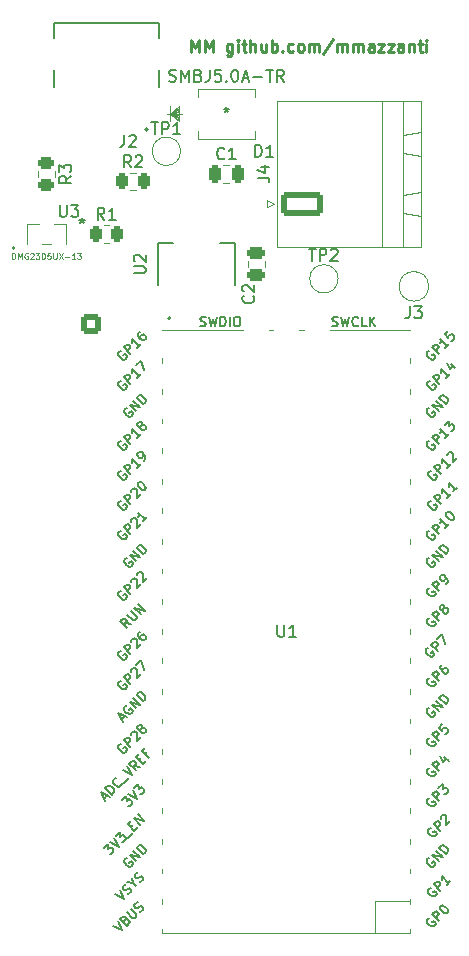
<source format=gto>
%TF.GenerationSoftware,KiCad,Pcbnew,(6.0.4)*%
%TF.CreationDate,2022-03-30T18:51:52+02:00*%
%TF.ProjectId,Pi-pico-AD9854_adapter,50692d70-6963-46f2-9d41-44393835345f,rev?*%
%TF.SameCoordinates,Original*%
%TF.FileFunction,Legend,Top*%
%TF.FilePolarity,Positive*%
%FSLAX46Y46*%
G04 Gerber Fmt 4.6, Leading zero omitted, Abs format (unit mm)*
G04 Created by KiCad (PCBNEW (6.0.4)) date 2022-03-30 18:51:52*
%MOMM*%
%LPD*%
G01*
G04 APERTURE LIST*
G04 Aperture macros list*
%AMRoundRect*
0 Rectangle with rounded corners*
0 $1 Rounding radius*
0 $2 $3 $4 $5 $6 $7 $8 $9 X,Y pos of 4 corners*
0 Add a 4 corners polygon primitive as box body*
4,1,4,$2,$3,$4,$5,$6,$7,$8,$9,$2,$3,0*
0 Add four circle primitives for the rounded corners*
1,1,$1+$1,$2,$3*
1,1,$1+$1,$4,$5*
1,1,$1+$1,$6,$7*
1,1,$1+$1,$8,$9*
0 Add four rect primitives between the rounded corners*
20,1,$1+$1,$2,$3,$4,$5,0*
20,1,$1+$1,$4,$5,$6,$7,0*
20,1,$1+$1,$6,$7,$8,$9,0*
20,1,$1+$1,$8,$9,$2,$3,0*%
G04 Aperture macros list end*
%ADD10C,0.250000*%
%ADD11C,0.150000*%
%ADD12C,0.125000*%
%ADD13C,0.200000*%
%ADD14C,0.127000*%
%ADD15C,0.120000*%
%ADD16R,0.950000X2.150000*%
%ADD17R,3.250000X2.150000*%
%ADD18C,2.000000*%
%ADD19C,0.700000*%
%ADD20R,0.600000X1.450000*%
%ADD21R,0.300000X1.450000*%
%ADD22O,1.050000X2.100000*%
%ADD23R,2.198599X2.259800*%
%ADD24O,1.800000X1.800000*%
%ADD25O,1.500000X1.500000*%
%ADD26O,1.700000X1.700000*%
%ADD27R,3.500000X1.700000*%
%ADD28R,1.700000X1.700000*%
%ADD29R,1.700000X3.500000*%
%ADD30RoundRect,0.250000X0.600000X0.600000X-0.600000X0.600000X-0.600000X-0.600000X0.600000X-0.600000X0*%
%ADD31C,1.700000*%
%ADD32RoundRect,0.249999X1.550001X-0.790001X1.550001X0.790001X-1.550001X0.790001X-1.550001X-0.790001X0*%
%ADD33O,3.600000X2.080000*%
%ADD34R,0.812800X0.889000*%
%ADD35RoundRect,0.250000X-0.450000X0.262500X-0.450000X-0.262500X0.450000X-0.262500X0.450000X0.262500X0*%
%ADD36RoundRect,0.250000X-0.262500X-0.450000X0.262500X-0.450000X0.262500X0.450000X-0.262500X0.450000X0*%
%ADD37RoundRect,0.250000X0.475000X-0.250000X0.475000X0.250000X-0.475000X0.250000X-0.475000X-0.250000X0*%
%ADD38RoundRect,0.250000X-0.250000X-0.475000X0.250000X-0.475000X0.250000X0.475000X-0.250000X0.475000X0*%
G04 APERTURE END LIST*
D10*
X118952619Y-17597380D02*
X118952619Y-16597380D01*
X119285952Y-17311666D01*
X119619285Y-16597380D01*
X119619285Y-17597380D01*
X120095476Y-17597380D02*
X120095476Y-16597380D01*
X120428809Y-17311666D01*
X120762142Y-16597380D01*
X120762142Y-17597380D01*
X122428809Y-16930714D02*
X122428809Y-17740238D01*
X122381190Y-17835476D01*
X122333571Y-17883095D01*
X122238333Y-17930714D01*
X122095476Y-17930714D01*
X122000238Y-17883095D01*
X122428809Y-17549761D02*
X122333571Y-17597380D01*
X122143095Y-17597380D01*
X122047857Y-17549761D01*
X122000238Y-17502142D01*
X121952619Y-17406904D01*
X121952619Y-17121190D01*
X122000238Y-17025952D01*
X122047857Y-16978333D01*
X122143095Y-16930714D01*
X122333571Y-16930714D01*
X122428809Y-16978333D01*
X122905000Y-17597380D02*
X122905000Y-16930714D01*
X122905000Y-16597380D02*
X122857380Y-16645000D01*
X122905000Y-16692619D01*
X122952619Y-16645000D01*
X122905000Y-16597380D01*
X122905000Y-16692619D01*
X123238333Y-16930714D02*
X123619285Y-16930714D01*
X123381190Y-16597380D02*
X123381190Y-17454523D01*
X123428809Y-17549761D01*
X123524047Y-17597380D01*
X123619285Y-17597380D01*
X123952619Y-17597380D02*
X123952619Y-16597380D01*
X124381190Y-17597380D02*
X124381190Y-17073571D01*
X124333571Y-16978333D01*
X124238333Y-16930714D01*
X124095476Y-16930714D01*
X124000238Y-16978333D01*
X123952619Y-17025952D01*
X125285952Y-16930714D02*
X125285952Y-17597380D01*
X124857380Y-16930714D02*
X124857380Y-17454523D01*
X124905000Y-17549761D01*
X125000238Y-17597380D01*
X125143095Y-17597380D01*
X125238333Y-17549761D01*
X125285952Y-17502142D01*
X125762142Y-17597380D02*
X125762142Y-16597380D01*
X125762142Y-16978333D02*
X125857380Y-16930714D01*
X126047857Y-16930714D01*
X126143095Y-16978333D01*
X126190714Y-17025952D01*
X126238333Y-17121190D01*
X126238333Y-17406904D01*
X126190714Y-17502142D01*
X126143095Y-17549761D01*
X126047857Y-17597380D01*
X125857380Y-17597380D01*
X125762142Y-17549761D01*
X126666904Y-17502142D02*
X126714523Y-17549761D01*
X126666904Y-17597380D01*
X126619285Y-17549761D01*
X126666904Y-17502142D01*
X126666904Y-17597380D01*
X127571666Y-17549761D02*
X127476428Y-17597380D01*
X127285952Y-17597380D01*
X127190714Y-17549761D01*
X127143095Y-17502142D01*
X127095476Y-17406904D01*
X127095476Y-17121190D01*
X127143095Y-17025952D01*
X127190714Y-16978333D01*
X127285952Y-16930714D01*
X127476428Y-16930714D01*
X127571666Y-16978333D01*
X128143095Y-17597380D02*
X128047857Y-17549761D01*
X128000238Y-17502142D01*
X127952619Y-17406904D01*
X127952619Y-17121190D01*
X128000238Y-17025952D01*
X128047857Y-16978333D01*
X128143095Y-16930714D01*
X128285952Y-16930714D01*
X128381190Y-16978333D01*
X128428809Y-17025952D01*
X128476428Y-17121190D01*
X128476428Y-17406904D01*
X128428809Y-17502142D01*
X128381190Y-17549761D01*
X128285952Y-17597380D01*
X128143095Y-17597380D01*
X128905000Y-17597380D02*
X128905000Y-16930714D01*
X128905000Y-17025952D02*
X128952619Y-16978333D01*
X129047857Y-16930714D01*
X129190714Y-16930714D01*
X129285952Y-16978333D01*
X129333571Y-17073571D01*
X129333571Y-17597380D01*
X129333571Y-17073571D02*
X129381190Y-16978333D01*
X129476428Y-16930714D01*
X129619285Y-16930714D01*
X129714523Y-16978333D01*
X129762142Y-17073571D01*
X129762142Y-17597380D01*
X130952619Y-16549761D02*
X130095476Y-17835476D01*
X131285952Y-17597380D02*
X131285952Y-16930714D01*
X131285952Y-17025952D02*
X131333571Y-16978333D01*
X131428809Y-16930714D01*
X131571666Y-16930714D01*
X131666904Y-16978333D01*
X131714523Y-17073571D01*
X131714523Y-17597380D01*
X131714523Y-17073571D02*
X131762142Y-16978333D01*
X131857380Y-16930714D01*
X132000238Y-16930714D01*
X132095476Y-16978333D01*
X132143095Y-17073571D01*
X132143095Y-17597380D01*
X132619285Y-17597380D02*
X132619285Y-16930714D01*
X132619285Y-17025952D02*
X132666904Y-16978333D01*
X132762142Y-16930714D01*
X132905000Y-16930714D01*
X133000238Y-16978333D01*
X133047857Y-17073571D01*
X133047857Y-17597380D01*
X133047857Y-17073571D02*
X133095476Y-16978333D01*
X133190714Y-16930714D01*
X133333571Y-16930714D01*
X133428809Y-16978333D01*
X133476428Y-17073571D01*
X133476428Y-17597380D01*
X134381190Y-17597380D02*
X134381190Y-17073571D01*
X134333571Y-16978333D01*
X134238333Y-16930714D01*
X134047857Y-16930714D01*
X133952619Y-16978333D01*
X134381190Y-17549761D02*
X134285952Y-17597380D01*
X134047857Y-17597380D01*
X133952619Y-17549761D01*
X133905000Y-17454523D01*
X133905000Y-17359285D01*
X133952619Y-17264047D01*
X134047857Y-17216428D01*
X134285952Y-17216428D01*
X134381190Y-17168809D01*
X134762142Y-16930714D02*
X135285952Y-16930714D01*
X134762142Y-17597380D01*
X135285952Y-17597380D01*
X135571666Y-16930714D02*
X136095476Y-16930714D01*
X135571666Y-17597380D01*
X136095476Y-17597380D01*
X136905000Y-17597380D02*
X136905000Y-17073571D01*
X136857380Y-16978333D01*
X136762142Y-16930714D01*
X136571666Y-16930714D01*
X136476428Y-16978333D01*
X136905000Y-17549761D02*
X136809761Y-17597380D01*
X136571666Y-17597380D01*
X136476428Y-17549761D01*
X136428809Y-17454523D01*
X136428809Y-17359285D01*
X136476428Y-17264047D01*
X136571666Y-17216428D01*
X136809761Y-17216428D01*
X136905000Y-17168809D01*
X137381190Y-16930714D02*
X137381190Y-17597380D01*
X137381190Y-17025952D02*
X137428809Y-16978333D01*
X137524047Y-16930714D01*
X137666904Y-16930714D01*
X137762142Y-16978333D01*
X137809761Y-17073571D01*
X137809761Y-17597380D01*
X138143095Y-16930714D02*
X138524047Y-16930714D01*
X138285952Y-16597380D02*
X138285952Y-17454523D01*
X138333571Y-17549761D01*
X138428809Y-17597380D01*
X138524047Y-17597380D01*
X138857380Y-17597380D02*
X138857380Y-16930714D01*
X138857380Y-16597380D02*
X138809761Y-16645000D01*
X138857380Y-16692619D01*
X138905000Y-16645000D01*
X138857380Y-16597380D01*
X138857380Y-16692619D01*
D11*
%TO.C,U2*%
X114078380Y-36346904D02*
X114887904Y-36346904D01*
X114983142Y-36299285D01*
X115030761Y-36251666D01*
X115078380Y-36156428D01*
X115078380Y-35965952D01*
X115030761Y-35870714D01*
X114983142Y-35823095D01*
X114887904Y-35775476D01*
X114078380Y-35775476D01*
X114173619Y-35346904D02*
X114126000Y-35299285D01*
X114078380Y-35204047D01*
X114078380Y-34965952D01*
X114126000Y-34870714D01*
X114173619Y-34823095D01*
X114268857Y-34775476D01*
X114364095Y-34775476D01*
X114506952Y-34823095D01*
X115078380Y-35394523D01*
X115078380Y-34775476D01*
%TO.C,TP2*%
X128913095Y-34284380D02*
X129484523Y-34284380D01*
X129198809Y-35284380D02*
X129198809Y-34284380D01*
X129817857Y-35284380D02*
X129817857Y-34284380D01*
X130198809Y-34284380D01*
X130294047Y-34332000D01*
X130341666Y-34379619D01*
X130389285Y-34474857D01*
X130389285Y-34617714D01*
X130341666Y-34712952D01*
X130294047Y-34760571D01*
X130198809Y-34808190D01*
X129817857Y-34808190D01*
X130770238Y-34379619D02*
X130817857Y-34332000D01*
X130913095Y-34284380D01*
X131151190Y-34284380D01*
X131246428Y-34332000D01*
X131294047Y-34379619D01*
X131341666Y-34474857D01*
X131341666Y-34570095D01*
X131294047Y-34712952D01*
X130722619Y-35284380D01*
X131341666Y-35284380D01*
%TO.C,TP1*%
X115578095Y-23582380D02*
X116149523Y-23582380D01*
X115863809Y-24582380D02*
X115863809Y-23582380D01*
X116482857Y-24582380D02*
X116482857Y-23582380D01*
X116863809Y-23582380D01*
X116959047Y-23630000D01*
X117006666Y-23677619D01*
X117054285Y-23772857D01*
X117054285Y-23915714D01*
X117006666Y-24010952D01*
X116959047Y-24058571D01*
X116863809Y-24106190D01*
X116482857Y-24106190D01*
X118006666Y-24582380D02*
X117435238Y-24582380D01*
X117720952Y-24582380D02*
X117720952Y-23582380D01*
X117625714Y-23725238D01*
X117530476Y-23820476D01*
X117435238Y-23868095D01*
%TO.C,J2*%
X113251666Y-24667380D02*
X113251666Y-25381666D01*
X113204047Y-25524523D01*
X113108809Y-25619761D01*
X112965952Y-25667380D01*
X112870714Y-25667380D01*
X113680238Y-24762619D02*
X113727857Y-24715000D01*
X113823095Y-24667380D01*
X114061190Y-24667380D01*
X114156428Y-24715000D01*
X114204047Y-24762619D01*
X114251666Y-24857857D01*
X114251666Y-24953095D01*
X114204047Y-25095952D01*
X113632619Y-25667380D01*
X114251666Y-25667380D01*
%TO.C,D1*%
X124356904Y-26487380D02*
X124356904Y-25487380D01*
X124595000Y-25487380D01*
X124737857Y-25535000D01*
X124833095Y-25630238D01*
X124880714Y-25725476D01*
X124928333Y-25915952D01*
X124928333Y-26058809D01*
X124880714Y-26249285D01*
X124833095Y-26344523D01*
X124737857Y-26439761D01*
X124595000Y-26487380D01*
X124356904Y-26487380D01*
X125880714Y-26487380D02*
X125309285Y-26487380D01*
X125595000Y-26487380D02*
X125595000Y-25487380D01*
X125499761Y-25630238D01*
X125404523Y-25725476D01*
X125309285Y-25773095D01*
X117062857Y-20089761D02*
X117205714Y-20137380D01*
X117443809Y-20137380D01*
X117539047Y-20089761D01*
X117586666Y-20042142D01*
X117634285Y-19946904D01*
X117634285Y-19851666D01*
X117586666Y-19756428D01*
X117539047Y-19708809D01*
X117443809Y-19661190D01*
X117253333Y-19613571D01*
X117158095Y-19565952D01*
X117110476Y-19518333D01*
X117062857Y-19423095D01*
X117062857Y-19327857D01*
X117110476Y-19232619D01*
X117158095Y-19185000D01*
X117253333Y-19137380D01*
X117491428Y-19137380D01*
X117634285Y-19185000D01*
X118062857Y-20137380D02*
X118062857Y-19137380D01*
X118396190Y-19851666D01*
X118729523Y-19137380D01*
X118729523Y-20137380D01*
X119539047Y-19613571D02*
X119681904Y-19661190D01*
X119729523Y-19708809D01*
X119777142Y-19804047D01*
X119777142Y-19946904D01*
X119729523Y-20042142D01*
X119681904Y-20089761D01*
X119586666Y-20137380D01*
X119205714Y-20137380D01*
X119205714Y-19137380D01*
X119539047Y-19137380D01*
X119634285Y-19185000D01*
X119681904Y-19232619D01*
X119729523Y-19327857D01*
X119729523Y-19423095D01*
X119681904Y-19518333D01*
X119634285Y-19565952D01*
X119539047Y-19613571D01*
X119205714Y-19613571D01*
X120491428Y-19137380D02*
X120491428Y-19851666D01*
X120443809Y-19994523D01*
X120348571Y-20089761D01*
X120205714Y-20137380D01*
X120110476Y-20137380D01*
X121443809Y-19137380D02*
X120967619Y-19137380D01*
X120920000Y-19613571D01*
X120967619Y-19565952D01*
X121062857Y-19518333D01*
X121300952Y-19518333D01*
X121396190Y-19565952D01*
X121443809Y-19613571D01*
X121491428Y-19708809D01*
X121491428Y-19946904D01*
X121443809Y-20042142D01*
X121396190Y-20089761D01*
X121300952Y-20137380D01*
X121062857Y-20137380D01*
X120967619Y-20089761D01*
X120920000Y-20042142D01*
X121920000Y-20042142D02*
X121967619Y-20089761D01*
X121920000Y-20137380D01*
X121872380Y-20089761D01*
X121920000Y-20042142D01*
X121920000Y-20137380D01*
X122586666Y-19137380D02*
X122681904Y-19137380D01*
X122777142Y-19185000D01*
X122824761Y-19232619D01*
X122872380Y-19327857D01*
X122920000Y-19518333D01*
X122920000Y-19756428D01*
X122872380Y-19946904D01*
X122824761Y-20042142D01*
X122777142Y-20089761D01*
X122681904Y-20137380D01*
X122586666Y-20137380D01*
X122491428Y-20089761D01*
X122443809Y-20042142D01*
X122396190Y-19946904D01*
X122348571Y-19756428D01*
X122348571Y-19518333D01*
X122396190Y-19327857D01*
X122443809Y-19232619D01*
X122491428Y-19185000D01*
X122586666Y-19137380D01*
X123300952Y-19851666D02*
X123777142Y-19851666D01*
X123205714Y-20137380D02*
X123539047Y-19137380D01*
X123872380Y-20137380D01*
X124205714Y-19756428D02*
X124967619Y-19756428D01*
X125300952Y-19137380D02*
X125872380Y-19137380D01*
X125586666Y-20137380D02*
X125586666Y-19137380D01*
X126777142Y-20137380D02*
X126443809Y-19661190D01*
X126205714Y-20137380D02*
X126205714Y-19137380D01*
X126586666Y-19137380D01*
X126681904Y-19185000D01*
X126729523Y-19232619D01*
X126777142Y-19327857D01*
X126777142Y-19470714D01*
X126729523Y-19565952D01*
X126681904Y-19613571D01*
X126586666Y-19661190D01*
X126205714Y-19661190D01*
X121920000Y-22312380D02*
X121920000Y-22550476D01*
X121681904Y-22455238D02*
X121920000Y-22550476D01*
X122158095Y-22455238D01*
X121777142Y-22740952D02*
X121920000Y-22550476D01*
X122062857Y-22740952D01*
%TO.C,U1*%
X126238095Y-66127380D02*
X126238095Y-66936904D01*
X126285714Y-67032142D01*
X126333333Y-67079761D01*
X126428571Y-67127380D01*
X126619047Y-67127380D01*
X126714285Y-67079761D01*
X126761904Y-67032142D01*
X126809523Y-66936904D01*
X126809523Y-66127380D01*
X127809523Y-67127380D02*
X127238095Y-67127380D01*
X127523809Y-67127380D02*
X127523809Y-66127380D01*
X127428571Y-66270238D01*
X127333333Y-66365476D01*
X127238095Y-66413095D01*
X139243722Y-55635592D02*
X139162910Y-55662529D01*
X139082097Y-55743341D01*
X139028223Y-55851091D01*
X139028223Y-55958841D01*
X139055160Y-56039653D01*
X139135972Y-56174340D01*
X139216784Y-56255152D01*
X139351471Y-56335964D01*
X139432284Y-56362902D01*
X139540033Y-56362902D01*
X139647783Y-56309027D01*
X139701658Y-56255152D01*
X139755532Y-56147402D01*
X139755532Y-56093528D01*
X139566971Y-55904966D01*
X139459221Y-56012715D01*
X140051844Y-55904966D02*
X139486158Y-55339280D01*
X139701658Y-55123781D01*
X139782470Y-55096844D01*
X139836345Y-55096844D01*
X139917157Y-55123781D01*
X139997969Y-55204593D01*
X140024906Y-55285406D01*
X140024906Y-55339280D01*
X139997969Y-55420093D01*
X139782470Y-55635592D01*
X140913841Y-55042969D02*
X140590592Y-55366218D01*
X140752216Y-55204593D02*
X140186531Y-54638908D01*
X140213468Y-54773595D01*
X140213468Y-54881345D01*
X140186531Y-54962157D01*
X141452589Y-54504221D02*
X141129340Y-54827470D01*
X141290964Y-54665845D02*
X140725279Y-54100160D01*
X140752216Y-54234847D01*
X140752216Y-54342597D01*
X140725279Y-54423409D01*
X113043597Y-74115964D02*
X113312971Y-73846590D01*
X113151346Y-74331463D02*
X112774223Y-73577216D01*
X113528470Y-73954340D01*
X113474595Y-72930719D02*
X113393783Y-72957656D01*
X113312971Y-73038468D01*
X113259096Y-73146218D01*
X113259096Y-73253967D01*
X113286033Y-73334780D01*
X113366845Y-73469467D01*
X113447658Y-73550279D01*
X113582345Y-73631091D01*
X113663157Y-73658028D01*
X113770906Y-73658028D01*
X113878656Y-73604154D01*
X113932531Y-73550279D01*
X113986406Y-73442529D01*
X113986406Y-73388654D01*
X113797844Y-73200093D01*
X113690094Y-73307842D01*
X114282717Y-73200093D02*
X113717032Y-72634407D01*
X114605966Y-72876844D01*
X114040280Y-72311158D01*
X114875340Y-72607470D02*
X114309654Y-72041784D01*
X114444341Y-71907097D01*
X114552091Y-71853223D01*
X114659841Y-71853223D01*
X114740653Y-71880160D01*
X114875340Y-71960972D01*
X114956152Y-72041784D01*
X115036964Y-72176471D01*
X115063902Y-72257284D01*
X115063902Y-72365033D01*
X115010027Y-72472783D01*
X114875340Y-72607470D01*
X113486158Y-47773155D02*
X113405346Y-47800093D01*
X113324534Y-47880905D01*
X113270659Y-47988654D01*
X113270659Y-48096404D01*
X113297597Y-48177216D01*
X113378409Y-48311903D01*
X113459221Y-48392715D01*
X113593908Y-48473528D01*
X113674720Y-48500465D01*
X113782470Y-48500465D01*
X113890219Y-48446590D01*
X113944094Y-48392715D01*
X113997969Y-48284966D01*
X113997969Y-48231091D01*
X113809407Y-48042529D01*
X113701658Y-48150279D01*
X114294280Y-48042529D02*
X113728595Y-47476844D01*
X114617529Y-47719280D01*
X114051844Y-47153595D01*
X114886903Y-47449906D02*
X114321218Y-46884221D01*
X114455905Y-46749534D01*
X114563654Y-46695659D01*
X114671404Y-46695659D01*
X114752216Y-46722597D01*
X114886903Y-46803409D01*
X114967715Y-46884221D01*
X115048528Y-47018908D01*
X115075465Y-47099720D01*
X115075465Y-47207470D01*
X115021590Y-47315219D01*
X114886903Y-47449906D01*
X112353129Y-91602309D02*
X113107377Y-91979433D01*
X112730253Y-91225186D01*
X113376751Y-91117436D02*
X113484500Y-91063561D01*
X113538375Y-91063561D01*
X113619187Y-91090499D01*
X113699999Y-91171311D01*
X113726937Y-91252123D01*
X113726937Y-91305998D01*
X113700000Y-91386810D01*
X113484500Y-91602309D01*
X112918815Y-91036624D01*
X113107377Y-90848062D01*
X113188189Y-90821125D01*
X113242064Y-90821125D01*
X113322876Y-90848062D01*
X113376751Y-90901937D01*
X113403688Y-90982749D01*
X113403688Y-91036624D01*
X113376751Y-91117436D01*
X113188189Y-91305998D01*
X113484500Y-90470938D02*
X113942436Y-90928874D01*
X114023248Y-90955812D01*
X114077123Y-90955812D01*
X114157935Y-90928874D01*
X114265685Y-90821125D01*
X114292622Y-90740312D01*
X114292622Y-90686438D01*
X114265685Y-90605625D01*
X113807749Y-90147690D01*
X114588934Y-90444001D02*
X114696683Y-90390126D01*
X114831370Y-90255439D01*
X114858308Y-90174627D01*
X114858308Y-90120752D01*
X114831370Y-90039940D01*
X114777496Y-89986065D01*
X114696683Y-89959128D01*
X114642809Y-89959128D01*
X114561996Y-89986065D01*
X114427309Y-90066877D01*
X114346497Y-90093815D01*
X114292622Y-90093815D01*
X114211810Y-90066877D01*
X114157935Y-90013003D01*
X114130998Y-89932190D01*
X114130998Y-89878316D01*
X114157935Y-89797503D01*
X114292622Y-89662816D01*
X114400372Y-89608942D01*
X113486158Y-85873155D02*
X113405346Y-85900093D01*
X113324534Y-85980905D01*
X113270659Y-86088654D01*
X113270659Y-86196404D01*
X113297597Y-86277216D01*
X113378409Y-86411903D01*
X113459221Y-86492715D01*
X113593908Y-86573528D01*
X113674720Y-86600465D01*
X113782470Y-86600465D01*
X113890219Y-86546590D01*
X113944094Y-86492715D01*
X113997969Y-86384966D01*
X113997969Y-86331091D01*
X113809407Y-86142529D01*
X113701658Y-86250279D01*
X114294280Y-86142529D02*
X113728595Y-85576844D01*
X114617529Y-85819280D01*
X114051844Y-85253595D01*
X114886903Y-85549906D02*
X114321218Y-84984221D01*
X114455905Y-84849534D01*
X114563654Y-84795659D01*
X114671404Y-84795659D01*
X114752216Y-84822597D01*
X114886903Y-84903409D01*
X114967715Y-84984221D01*
X115048528Y-85118908D01*
X115075465Y-85199720D01*
X115075465Y-85307470D01*
X115021590Y-85415219D01*
X114886903Y-85549906D01*
X139097722Y-50555592D02*
X139016910Y-50582529D01*
X138936097Y-50663341D01*
X138882223Y-50771091D01*
X138882223Y-50878841D01*
X138909160Y-50959653D01*
X138989972Y-51094340D01*
X139070784Y-51175152D01*
X139205471Y-51255964D01*
X139286284Y-51282902D01*
X139394033Y-51282902D01*
X139501783Y-51229027D01*
X139555658Y-51175152D01*
X139609532Y-51067402D01*
X139609532Y-51013528D01*
X139420971Y-50824966D01*
X139313221Y-50932715D01*
X139905844Y-50824966D02*
X139340158Y-50259280D01*
X139555658Y-50043781D01*
X139636470Y-50016844D01*
X139690345Y-50016844D01*
X139771157Y-50043781D01*
X139851969Y-50124593D01*
X139878906Y-50205406D01*
X139878906Y-50259280D01*
X139851969Y-50340093D01*
X139636470Y-50555592D01*
X140767841Y-49962969D02*
X140444592Y-50286218D01*
X140606216Y-50124593D02*
X140040531Y-49558908D01*
X140067468Y-49693595D01*
X140067468Y-49801345D01*
X140040531Y-49882157D01*
X140390717Y-49208722D02*
X140740903Y-48858536D01*
X140767841Y-49262597D01*
X140848653Y-49181784D01*
X140929465Y-49154847D01*
X140983340Y-49154847D01*
X141064152Y-49181784D01*
X141198839Y-49316471D01*
X141225776Y-49397284D01*
X141225776Y-49451158D01*
X141198839Y-49531971D01*
X141037215Y-49693595D01*
X140956402Y-49720532D01*
X140902528Y-49720532D01*
X111546195Y-80843752D02*
X111815569Y-80574378D01*
X111653944Y-81059251D02*
X111276821Y-80305004D01*
X112031068Y-80682128D01*
X112219630Y-80493566D02*
X111653944Y-79927881D01*
X111788631Y-79793194D01*
X111896381Y-79739319D01*
X112004130Y-79739319D01*
X112084943Y-79766256D01*
X112219630Y-79847068D01*
X112300442Y-79927881D01*
X112381254Y-80062568D01*
X112408191Y-80143380D01*
X112408191Y-80251129D01*
X112354317Y-80358879D01*
X112219630Y-80493566D01*
X113054689Y-79550757D02*
X113054689Y-79604632D01*
X113000814Y-79712381D01*
X112946939Y-79766256D01*
X112839190Y-79820131D01*
X112731440Y-79820131D01*
X112650628Y-79793194D01*
X112515941Y-79712381D01*
X112435129Y-79631569D01*
X112354317Y-79496882D01*
X112327379Y-79416070D01*
X112327379Y-79308320D01*
X112381254Y-79200571D01*
X112435129Y-79146696D01*
X112542878Y-79092821D01*
X112596753Y-79092821D01*
X113270188Y-79550757D02*
X113701187Y-79119759D01*
X113135501Y-78446324D02*
X113889748Y-78823447D01*
X113512625Y-78069200D01*
X114590121Y-78123075D02*
X114132185Y-78042263D01*
X114266872Y-78446324D02*
X113701187Y-77880638D01*
X113916686Y-77665139D01*
X113997498Y-77638202D01*
X114051373Y-77638202D01*
X114132185Y-77665139D01*
X114212997Y-77745951D01*
X114239935Y-77826763D01*
X114239935Y-77880638D01*
X114212997Y-77961450D01*
X113997498Y-78176950D01*
X114536246Y-77584327D02*
X114724808Y-77395765D01*
X115101931Y-77611264D02*
X114832557Y-77880638D01*
X114266872Y-77314953D01*
X114536246Y-77045579D01*
X115236618Y-76883954D02*
X115048057Y-77072516D01*
X115344368Y-77368828D02*
X114778683Y-76803142D01*
X115048057Y-76533768D01*
X139113096Y-78226218D02*
X139032284Y-78253155D01*
X138951471Y-78333967D01*
X138897597Y-78441717D01*
X138897597Y-78549467D01*
X138924534Y-78630279D01*
X139005346Y-78764966D01*
X139086158Y-78845778D01*
X139220845Y-78926590D01*
X139301658Y-78953528D01*
X139409407Y-78953528D01*
X139517157Y-78899653D01*
X139571032Y-78845778D01*
X139624906Y-78738028D01*
X139624906Y-78684154D01*
X139436345Y-78495592D01*
X139328595Y-78603341D01*
X139921218Y-78495592D02*
X139355532Y-77929906D01*
X139571032Y-77714407D01*
X139651844Y-77687470D01*
X139705719Y-77687470D01*
X139786531Y-77714407D01*
X139867343Y-77795219D01*
X139894280Y-77876032D01*
X139894280Y-77929906D01*
X139867343Y-78010719D01*
X139651844Y-78226218D01*
X140352216Y-77310346D02*
X140729340Y-77687470D01*
X140002030Y-77229534D02*
X140271404Y-77768282D01*
X140621590Y-77418096D01*
X139013096Y-68096218D02*
X138932284Y-68123155D01*
X138851471Y-68203967D01*
X138797597Y-68311717D01*
X138797597Y-68419467D01*
X138824534Y-68500279D01*
X138905346Y-68634966D01*
X138986158Y-68715778D01*
X139120845Y-68796590D01*
X139201658Y-68823528D01*
X139309407Y-68823528D01*
X139417157Y-68769653D01*
X139471032Y-68715778D01*
X139524906Y-68608028D01*
X139524906Y-68554154D01*
X139336345Y-68365592D01*
X139228595Y-68473341D01*
X139821218Y-68365592D02*
X139255532Y-67799906D01*
X139471032Y-67584407D01*
X139551844Y-67557470D01*
X139605719Y-67557470D01*
X139686531Y-67584407D01*
X139767343Y-67665219D01*
X139794280Y-67746032D01*
X139794280Y-67799906D01*
X139767343Y-67880719D01*
X139551844Y-68096218D01*
X139767343Y-67288096D02*
X140144467Y-66910972D01*
X140467715Y-67719094D01*
X139097722Y-42935592D02*
X139016910Y-42962529D01*
X138936097Y-43043341D01*
X138882223Y-43151091D01*
X138882223Y-43258841D01*
X138909160Y-43339653D01*
X138989972Y-43474340D01*
X139070784Y-43555152D01*
X139205471Y-43635964D01*
X139286284Y-43662902D01*
X139394033Y-43662902D01*
X139501783Y-43609027D01*
X139555658Y-43555152D01*
X139609532Y-43447402D01*
X139609532Y-43393528D01*
X139420971Y-43204966D01*
X139313221Y-43312715D01*
X139905844Y-43204966D02*
X139340158Y-42639280D01*
X139555658Y-42423781D01*
X139636470Y-42396844D01*
X139690345Y-42396844D01*
X139771157Y-42423781D01*
X139851969Y-42504593D01*
X139878906Y-42585406D01*
X139878906Y-42639280D01*
X139851969Y-42720093D01*
X139636470Y-42935592D01*
X140767841Y-42342969D02*
X140444592Y-42666218D01*
X140606216Y-42504593D02*
X140040531Y-41938908D01*
X140067468Y-42073595D01*
X140067468Y-42181345D01*
X140040531Y-42262157D01*
X140713966Y-41265473D02*
X140444592Y-41534847D01*
X140687028Y-41831158D01*
X140687028Y-41777284D01*
X140713966Y-41696471D01*
X140848653Y-41561784D01*
X140929465Y-41534847D01*
X140983340Y-41534847D01*
X141064152Y-41561784D01*
X141198839Y-41696471D01*
X141225776Y-41777284D01*
X141225776Y-41831158D01*
X141198839Y-41911971D01*
X141064152Y-42046658D01*
X140983340Y-42073595D01*
X140929465Y-42073595D01*
X112989722Y-45475592D02*
X112908910Y-45502529D01*
X112828097Y-45583341D01*
X112774223Y-45691091D01*
X112774223Y-45798841D01*
X112801160Y-45879653D01*
X112881972Y-46014340D01*
X112962784Y-46095152D01*
X113097471Y-46175964D01*
X113178284Y-46202902D01*
X113286033Y-46202902D01*
X113393783Y-46149027D01*
X113447658Y-46095152D01*
X113501532Y-45987402D01*
X113501532Y-45933528D01*
X113312971Y-45744966D01*
X113205221Y-45852715D01*
X113797844Y-45744966D02*
X113232158Y-45179280D01*
X113447658Y-44963781D01*
X113528470Y-44936844D01*
X113582345Y-44936844D01*
X113663157Y-44963781D01*
X113743969Y-45044593D01*
X113770906Y-45125406D01*
X113770906Y-45179280D01*
X113743969Y-45260093D01*
X113528470Y-45475592D01*
X114659841Y-44882969D02*
X114336592Y-45206218D01*
X114498216Y-45044593D02*
X113932531Y-44478908D01*
X113959468Y-44613595D01*
X113959468Y-44721345D01*
X113932531Y-44802157D01*
X114282717Y-44128722D02*
X114659841Y-43751598D01*
X114983089Y-44559720D01*
X112989722Y-68335592D02*
X112908910Y-68362529D01*
X112828097Y-68443341D01*
X112774223Y-68551091D01*
X112774223Y-68658841D01*
X112801160Y-68739653D01*
X112881972Y-68874340D01*
X112962784Y-68955152D01*
X113097471Y-69035964D01*
X113178284Y-69062902D01*
X113286033Y-69062902D01*
X113393783Y-69009027D01*
X113447658Y-68955152D01*
X113501532Y-68847402D01*
X113501532Y-68793528D01*
X113312971Y-68604966D01*
X113205221Y-68712715D01*
X113797844Y-68604966D02*
X113232158Y-68039280D01*
X113447658Y-67823781D01*
X113528470Y-67796844D01*
X113582345Y-67796844D01*
X113663157Y-67823781D01*
X113743969Y-67904593D01*
X113770906Y-67985406D01*
X113770906Y-68039280D01*
X113743969Y-68120093D01*
X113528470Y-68335592D01*
X113824781Y-67554407D02*
X113824781Y-67500532D01*
X113851719Y-67419720D01*
X113986406Y-67285033D01*
X114067218Y-67258096D01*
X114121093Y-67258096D01*
X114201905Y-67285033D01*
X114255780Y-67338908D01*
X114309654Y-67446658D01*
X114309654Y-68093155D01*
X114659841Y-67742969D01*
X114579028Y-66692410D02*
X114471279Y-66800160D01*
X114444341Y-66880972D01*
X114444341Y-66934847D01*
X114471279Y-67069534D01*
X114552091Y-67204221D01*
X114767590Y-67419720D01*
X114848402Y-67446658D01*
X114902277Y-67446658D01*
X114983089Y-67419720D01*
X115090839Y-67311971D01*
X115117776Y-67231158D01*
X115117776Y-67177284D01*
X115090839Y-67096471D01*
X114956152Y-66961784D01*
X114875340Y-66934847D01*
X114821465Y-66934847D01*
X114740653Y-66961784D01*
X114632903Y-67069534D01*
X114605966Y-67150346D01*
X114605966Y-67204221D01*
X114632903Y-67285033D01*
X130890476Y-40798809D02*
X131004761Y-40836904D01*
X131195238Y-40836904D01*
X131271428Y-40798809D01*
X131309523Y-40760714D01*
X131347619Y-40684523D01*
X131347619Y-40608333D01*
X131309523Y-40532142D01*
X131271428Y-40494047D01*
X131195238Y-40455952D01*
X131042857Y-40417857D01*
X130966666Y-40379761D01*
X130928571Y-40341666D01*
X130890476Y-40265476D01*
X130890476Y-40189285D01*
X130928571Y-40113095D01*
X130966666Y-40075000D01*
X131042857Y-40036904D01*
X131233333Y-40036904D01*
X131347619Y-40075000D01*
X131614285Y-40036904D02*
X131804761Y-40836904D01*
X131957142Y-40265476D01*
X132109523Y-40836904D01*
X132300000Y-40036904D01*
X133061904Y-40760714D02*
X133023809Y-40798809D01*
X132909523Y-40836904D01*
X132833333Y-40836904D01*
X132719047Y-40798809D01*
X132642857Y-40722619D01*
X132604761Y-40646428D01*
X132566666Y-40494047D01*
X132566666Y-40379761D01*
X132604761Y-40227380D01*
X132642857Y-40151190D01*
X132719047Y-40075000D01*
X132833333Y-40036904D01*
X132909523Y-40036904D01*
X133023809Y-40075000D01*
X133061904Y-40113095D01*
X133785714Y-40836904D02*
X133404761Y-40836904D01*
X133404761Y-40036904D01*
X134052380Y-40836904D02*
X134052380Y-40036904D01*
X134509523Y-40836904D02*
X134166666Y-40379761D01*
X134509523Y-40036904D02*
X134052380Y-40494047D01*
X111522131Y-85033308D02*
X111872317Y-84683122D01*
X111899255Y-85087183D01*
X111980067Y-85006370D01*
X112060879Y-84979433D01*
X112114754Y-84979433D01*
X112195566Y-85006370D01*
X112330253Y-85141057D01*
X112357190Y-85221870D01*
X112357190Y-85275744D01*
X112330253Y-85356557D01*
X112168629Y-85518181D01*
X112087816Y-85545118D01*
X112033942Y-85545118D01*
X112033942Y-84521497D02*
X112788189Y-84898621D01*
X112411065Y-84144374D01*
X112545752Y-84009687D02*
X112895938Y-83659500D01*
X112922876Y-84063561D01*
X113003688Y-83982749D01*
X113084500Y-83955812D01*
X113138375Y-83955812D01*
X113219187Y-83982749D01*
X113353874Y-84117436D01*
X113380812Y-84198248D01*
X113380812Y-84252123D01*
X113353874Y-84332935D01*
X113192250Y-84494560D01*
X113111438Y-84521497D01*
X113057563Y-84521497D01*
X113623248Y-84171311D02*
X114054247Y-83740312D01*
X113838748Y-83255439D02*
X114027309Y-83066877D01*
X114404433Y-83282377D02*
X114135059Y-83551751D01*
X113569374Y-82986065D01*
X113838748Y-82716691D01*
X114646870Y-83039940D02*
X114081184Y-82474255D01*
X114970118Y-82716691D01*
X114404433Y-82151006D01*
X113089847Y-80965592D02*
X113440033Y-80615406D01*
X113466971Y-81019467D01*
X113547783Y-80938654D01*
X113628595Y-80911717D01*
X113682470Y-80911717D01*
X113763282Y-80938654D01*
X113897969Y-81073341D01*
X113924906Y-81154154D01*
X113924906Y-81208028D01*
X113897969Y-81288841D01*
X113736345Y-81450465D01*
X113655532Y-81477402D01*
X113601658Y-81477402D01*
X113601658Y-80453781D02*
X114355905Y-80830905D01*
X113978781Y-80076658D01*
X114113468Y-79941971D02*
X114463654Y-79591784D01*
X114490592Y-79995845D01*
X114571404Y-79915033D01*
X114652216Y-79888096D01*
X114706091Y-79888096D01*
X114786903Y-79915033D01*
X114921590Y-80049720D01*
X114948528Y-80130532D01*
X114948528Y-80184407D01*
X114921590Y-80265219D01*
X114759966Y-80426844D01*
X114679154Y-80453781D01*
X114625279Y-80453781D01*
X139113096Y-65526218D02*
X139032284Y-65553155D01*
X138951471Y-65633967D01*
X138897597Y-65741717D01*
X138897597Y-65849467D01*
X138924534Y-65930279D01*
X139005346Y-66064966D01*
X139086158Y-66145778D01*
X139220845Y-66226590D01*
X139301658Y-66253528D01*
X139409407Y-66253528D01*
X139517157Y-66199653D01*
X139571032Y-66145778D01*
X139624906Y-66038028D01*
X139624906Y-65984154D01*
X139436345Y-65795592D01*
X139328595Y-65903341D01*
X139921218Y-65795592D02*
X139355532Y-65229906D01*
X139571032Y-65014407D01*
X139651844Y-64987470D01*
X139705719Y-64987470D01*
X139786531Y-65014407D01*
X139867343Y-65095219D01*
X139894280Y-65176032D01*
X139894280Y-65229906D01*
X139867343Y-65310719D01*
X139651844Y-65526218D01*
X140244467Y-64825845D02*
X140163654Y-64852783D01*
X140109780Y-64852783D01*
X140028967Y-64825845D01*
X140002030Y-64798908D01*
X139975093Y-64718096D01*
X139975093Y-64664221D01*
X140002030Y-64583409D01*
X140109780Y-64475659D01*
X140190592Y-64448722D01*
X140244467Y-64448722D01*
X140325279Y-64475659D01*
X140352216Y-64502597D01*
X140379154Y-64583409D01*
X140379154Y-64637284D01*
X140352216Y-64718096D01*
X140244467Y-64825845D01*
X140217529Y-64906658D01*
X140217529Y-64960532D01*
X140244467Y-65041345D01*
X140352216Y-65149094D01*
X140433028Y-65176032D01*
X140486903Y-65176032D01*
X140567715Y-65149094D01*
X140675465Y-65041345D01*
X140702402Y-64960532D01*
X140702402Y-64906658D01*
X140675465Y-64825845D01*
X140567715Y-64718096D01*
X140486903Y-64691158D01*
X140433028Y-64691158D01*
X140352216Y-64718096D01*
X112989722Y-42935592D02*
X112908910Y-42962529D01*
X112828097Y-43043341D01*
X112774223Y-43151091D01*
X112774223Y-43258841D01*
X112801160Y-43339653D01*
X112881972Y-43474340D01*
X112962784Y-43555152D01*
X113097471Y-43635964D01*
X113178284Y-43662902D01*
X113286033Y-43662902D01*
X113393783Y-43609027D01*
X113447658Y-43555152D01*
X113501532Y-43447402D01*
X113501532Y-43393528D01*
X113312971Y-43204966D01*
X113205221Y-43312715D01*
X113797844Y-43204966D02*
X113232158Y-42639280D01*
X113447658Y-42423781D01*
X113528470Y-42396844D01*
X113582345Y-42396844D01*
X113663157Y-42423781D01*
X113743969Y-42504593D01*
X113770906Y-42585406D01*
X113770906Y-42639280D01*
X113743969Y-42720093D01*
X113528470Y-42935592D01*
X114659841Y-42342969D02*
X114336592Y-42666218D01*
X114498216Y-42504593D02*
X113932531Y-41938908D01*
X113959468Y-42073595D01*
X113959468Y-42181345D01*
X113932531Y-42262157D01*
X114579028Y-41292410D02*
X114471279Y-41400160D01*
X114444341Y-41480972D01*
X114444341Y-41534847D01*
X114471279Y-41669534D01*
X114552091Y-41804221D01*
X114767590Y-42019720D01*
X114848402Y-42046658D01*
X114902277Y-42046658D01*
X114983089Y-42019720D01*
X115090839Y-41911971D01*
X115117776Y-41831158D01*
X115117776Y-41777284D01*
X115090839Y-41696471D01*
X114956152Y-41561784D01*
X114875340Y-41534847D01*
X114821465Y-41534847D01*
X114740653Y-41561784D01*
X114632903Y-41669534D01*
X114605966Y-41750346D01*
X114605966Y-41804221D01*
X114632903Y-41885033D01*
X113486158Y-60473155D02*
X113405346Y-60500093D01*
X113324534Y-60580905D01*
X113270659Y-60688654D01*
X113270659Y-60796404D01*
X113297597Y-60877216D01*
X113378409Y-61011903D01*
X113459221Y-61092715D01*
X113593908Y-61173528D01*
X113674720Y-61200465D01*
X113782470Y-61200465D01*
X113890219Y-61146590D01*
X113944094Y-61092715D01*
X113997969Y-60984966D01*
X113997969Y-60931091D01*
X113809407Y-60742529D01*
X113701658Y-60850279D01*
X114294280Y-60742529D02*
X113728595Y-60176844D01*
X114617529Y-60419280D01*
X114051844Y-59853595D01*
X114886903Y-60149906D02*
X114321218Y-59584221D01*
X114455905Y-59449534D01*
X114563654Y-59395659D01*
X114671404Y-59395659D01*
X114752216Y-59422597D01*
X114886903Y-59503409D01*
X114967715Y-59584221D01*
X115048528Y-59718908D01*
X115075465Y-59799720D01*
X115075465Y-59907470D01*
X115021590Y-60015219D01*
X114886903Y-60149906D01*
X139086158Y-73173155D02*
X139005346Y-73200093D01*
X138924534Y-73280905D01*
X138870659Y-73388654D01*
X138870659Y-73496404D01*
X138897597Y-73577216D01*
X138978409Y-73711903D01*
X139059221Y-73792715D01*
X139193908Y-73873528D01*
X139274720Y-73900465D01*
X139382470Y-73900465D01*
X139490219Y-73846590D01*
X139544094Y-73792715D01*
X139597969Y-73684966D01*
X139597969Y-73631091D01*
X139409407Y-73442529D01*
X139301658Y-73550279D01*
X139894280Y-73442529D02*
X139328595Y-72876844D01*
X140217529Y-73119280D01*
X139651844Y-72553595D01*
X140486903Y-72849906D02*
X139921218Y-72284221D01*
X140055905Y-72149534D01*
X140163654Y-72095659D01*
X140271404Y-72095659D01*
X140352216Y-72122597D01*
X140486903Y-72203409D01*
X140567715Y-72284221D01*
X140648528Y-72418908D01*
X140675465Y-72499720D01*
X140675465Y-72607470D01*
X140621590Y-72715219D01*
X140486903Y-72849906D01*
X112989722Y-76209592D02*
X112908910Y-76236529D01*
X112828097Y-76317341D01*
X112774223Y-76425091D01*
X112774223Y-76532841D01*
X112801160Y-76613653D01*
X112881972Y-76748340D01*
X112962784Y-76829152D01*
X113097471Y-76909964D01*
X113178284Y-76936902D01*
X113286033Y-76936902D01*
X113393783Y-76883027D01*
X113447658Y-76829152D01*
X113501532Y-76721402D01*
X113501532Y-76667528D01*
X113312971Y-76478966D01*
X113205221Y-76586715D01*
X113797844Y-76478966D02*
X113232158Y-75913280D01*
X113447658Y-75697781D01*
X113528470Y-75670844D01*
X113582345Y-75670844D01*
X113663157Y-75697781D01*
X113743969Y-75778593D01*
X113770906Y-75859406D01*
X113770906Y-75913280D01*
X113743969Y-75994093D01*
X113528470Y-76209592D01*
X113824781Y-75428407D02*
X113824781Y-75374532D01*
X113851719Y-75293720D01*
X113986406Y-75159033D01*
X114067218Y-75132096D01*
X114121093Y-75132096D01*
X114201905Y-75159033D01*
X114255780Y-75212908D01*
X114309654Y-75320658D01*
X114309654Y-75967155D01*
X114659841Y-75616969D01*
X114659841Y-74970471D02*
X114579028Y-74997409D01*
X114525154Y-74997409D01*
X114444341Y-74970471D01*
X114417404Y-74943534D01*
X114390467Y-74862722D01*
X114390467Y-74808847D01*
X114417404Y-74728035D01*
X114525154Y-74620285D01*
X114605966Y-74593348D01*
X114659841Y-74593348D01*
X114740653Y-74620285D01*
X114767590Y-74647223D01*
X114794528Y-74728035D01*
X114794528Y-74781910D01*
X114767590Y-74862722D01*
X114659841Y-74970471D01*
X114632903Y-75051284D01*
X114632903Y-75105158D01*
X114659841Y-75185971D01*
X114767590Y-75293720D01*
X114848402Y-75320658D01*
X114902277Y-75320658D01*
X114983089Y-75293720D01*
X115090839Y-75185971D01*
X115117776Y-75105158D01*
X115117776Y-75051284D01*
X115090839Y-74970471D01*
X114983089Y-74862722D01*
X114902277Y-74835784D01*
X114848402Y-74835784D01*
X114767590Y-74862722D01*
X139113096Y-62986218D02*
X139032284Y-63013155D01*
X138951471Y-63093967D01*
X138897597Y-63201717D01*
X138897597Y-63309467D01*
X138924534Y-63390279D01*
X139005346Y-63524966D01*
X139086158Y-63605778D01*
X139220845Y-63686590D01*
X139301658Y-63713528D01*
X139409407Y-63713528D01*
X139517157Y-63659653D01*
X139571032Y-63605778D01*
X139624906Y-63498028D01*
X139624906Y-63444154D01*
X139436345Y-63255592D01*
X139328595Y-63363341D01*
X139921218Y-63255592D02*
X139355532Y-62689906D01*
X139571032Y-62474407D01*
X139651844Y-62447470D01*
X139705719Y-62447470D01*
X139786531Y-62474407D01*
X139867343Y-62555219D01*
X139894280Y-62636032D01*
X139894280Y-62689906D01*
X139867343Y-62770719D01*
X139651844Y-62986218D01*
X140513841Y-62662969D02*
X140621590Y-62555219D01*
X140648528Y-62474407D01*
X140648528Y-62420532D01*
X140621590Y-62285845D01*
X140540778Y-62151158D01*
X140325279Y-61935659D01*
X140244467Y-61908722D01*
X140190592Y-61908722D01*
X140109780Y-61935659D01*
X140002030Y-62043409D01*
X139975093Y-62124221D01*
X139975093Y-62178096D01*
X140002030Y-62258908D01*
X140136717Y-62393595D01*
X140217529Y-62420532D01*
X140271404Y-62420532D01*
X140352216Y-62393595D01*
X140459966Y-62285845D01*
X140486903Y-62205033D01*
X140486903Y-62151158D01*
X140459966Y-62070346D01*
X119704761Y-40798809D02*
X119819047Y-40836904D01*
X120009523Y-40836904D01*
X120085714Y-40798809D01*
X120123809Y-40760714D01*
X120161904Y-40684523D01*
X120161904Y-40608333D01*
X120123809Y-40532142D01*
X120085714Y-40494047D01*
X120009523Y-40455952D01*
X119857142Y-40417857D01*
X119780952Y-40379761D01*
X119742857Y-40341666D01*
X119704761Y-40265476D01*
X119704761Y-40189285D01*
X119742857Y-40113095D01*
X119780952Y-40075000D01*
X119857142Y-40036904D01*
X120047619Y-40036904D01*
X120161904Y-40075000D01*
X120428571Y-40036904D02*
X120619047Y-40836904D01*
X120771428Y-40265476D01*
X120923809Y-40836904D01*
X121114285Y-40036904D01*
X121419047Y-40836904D02*
X121419047Y-40036904D01*
X121609523Y-40036904D01*
X121723809Y-40075000D01*
X121800000Y-40151190D01*
X121838095Y-40227380D01*
X121876190Y-40379761D01*
X121876190Y-40494047D01*
X121838095Y-40646428D01*
X121800000Y-40722619D01*
X121723809Y-40798809D01*
X121609523Y-40836904D01*
X121419047Y-40836904D01*
X122219047Y-40836904D02*
X122219047Y-40036904D01*
X122752380Y-40036904D02*
X122904761Y-40036904D01*
X122980952Y-40075000D01*
X123057142Y-40151190D01*
X123095238Y-40303571D01*
X123095238Y-40570238D01*
X123057142Y-40722619D01*
X122980952Y-40798809D01*
X122904761Y-40836904D01*
X122752380Y-40836904D01*
X122676190Y-40798809D01*
X122600000Y-40722619D01*
X122561904Y-40570238D01*
X122561904Y-40303571D01*
X122600000Y-40151190D01*
X122676190Y-40075000D01*
X122752380Y-40036904D01*
X139113096Y-75686218D02*
X139032284Y-75713155D01*
X138951471Y-75793967D01*
X138897597Y-75901717D01*
X138897597Y-76009467D01*
X138924534Y-76090279D01*
X139005346Y-76224966D01*
X139086158Y-76305778D01*
X139220845Y-76386590D01*
X139301658Y-76413528D01*
X139409407Y-76413528D01*
X139517157Y-76359653D01*
X139571032Y-76305778D01*
X139624906Y-76198028D01*
X139624906Y-76144154D01*
X139436345Y-75955592D01*
X139328595Y-76063341D01*
X139921218Y-75955592D02*
X139355532Y-75389906D01*
X139571032Y-75174407D01*
X139651844Y-75147470D01*
X139705719Y-75147470D01*
X139786531Y-75174407D01*
X139867343Y-75255219D01*
X139894280Y-75336032D01*
X139894280Y-75389906D01*
X139867343Y-75470719D01*
X139651844Y-75686218D01*
X140190592Y-74554847D02*
X139921218Y-74824221D01*
X140163654Y-75120532D01*
X140163654Y-75066658D01*
X140190592Y-74985845D01*
X140325279Y-74851158D01*
X140406091Y-74824221D01*
X140459966Y-74824221D01*
X140540778Y-74851158D01*
X140675465Y-74985845D01*
X140702402Y-75066658D01*
X140702402Y-75120532D01*
X140675465Y-75201345D01*
X140540778Y-75336032D01*
X140459966Y-75362969D01*
X140406091Y-75362969D01*
X139113096Y-90926218D02*
X139032284Y-90953155D01*
X138951471Y-91033967D01*
X138897597Y-91141717D01*
X138897597Y-91249467D01*
X138924534Y-91330279D01*
X139005346Y-91464966D01*
X139086158Y-91545778D01*
X139220845Y-91626590D01*
X139301658Y-91653528D01*
X139409407Y-91653528D01*
X139517157Y-91599653D01*
X139571032Y-91545778D01*
X139624906Y-91438028D01*
X139624906Y-91384154D01*
X139436345Y-91195592D01*
X139328595Y-91303341D01*
X139921218Y-91195592D02*
X139355532Y-90629906D01*
X139571032Y-90414407D01*
X139651844Y-90387470D01*
X139705719Y-90387470D01*
X139786531Y-90414407D01*
X139867343Y-90495219D01*
X139894280Y-90576032D01*
X139894280Y-90629906D01*
X139867343Y-90710719D01*
X139651844Y-90926218D01*
X140028967Y-89956471D02*
X140082842Y-89902597D01*
X140163654Y-89875659D01*
X140217529Y-89875659D01*
X140298341Y-89902597D01*
X140433028Y-89983409D01*
X140567715Y-90118096D01*
X140648528Y-90252783D01*
X140675465Y-90333595D01*
X140675465Y-90387470D01*
X140648528Y-90468282D01*
X140594653Y-90522157D01*
X140513841Y-90549094D01*
X140459966Y-90549094D01*
X140379154Y-90522157D01*
X140244467Y-90441345D01*
X140109780Y-90306658D01*
X140028967Y-90171971D01*
X140002030Y-90091158D01*
X140002030Y-90037284D01*
X140028967Y-89956471D01*
X139113096Y-80766218D02*
X139032284Y-80793155D01*
X138951471Y-80873967D01*
X138897597Y-80981717D01*
X138897597Y-81089467D01*
X138924534Y-81170279D01*
X139005346Y-81304966D01*
X139086158Y-81385778D01*
X139220845Y-81466590D01*
X139301658Y-81493528D01*
X139409407Y-81493528D01*
X139517157Y-81439653D01*
X139571032Y-81385778D01*
X139624906Y-81278028D01*
X139624906Y-81224154D01*
X139436345Y-81035592D01*
X139328595Y-81143341D01*
X139921218Y-81035592D02*
X139355532Y-80469906D01*
X139571032Y-80254407D01*
X139651844Y-80227470D01*
X139705719Y-80227470D01*
X139786531Y-80254407D01*
X139867343Y-80335219D01*
X139894280Y-80416032D01*
X139894280Y-80469906D01*
X139867343Y-80550719D01*
X139651844Y-80766218D01*
X139867343Y-79958096D02*
X140217529Y-79607910D01*
X140244467Y-80011971D01*
X140325279Y-79931158D01*
X140406091Y-79904221D01*
X140459966Y-79904221D01*
X140540778Y-79931158D01*
X140675465Y-80065845D01*
X140702402Y-80146658D01*
X140702402Y-80200532D01*
X140675465Y-80281345D01*
X140513841Y-80442969D01*
X140433028Y-80469906D01*
X140379154Y-80469906D01*
X139086158Y-47773155D02*
X139005346Y-47800093D01*
X138924534Y-47880905D01*
X138870659Y-47988654D01*
X138870659Y-48096404D01*
X138897597Y-48177216D01*
X138978409Y-48311903D01*
X139059221Y-48392715D01*
X139193908Y-48473528D01*
X139274720Y-48500465D01*
X139382470Y-48500465D01*
X139490219Y-48446590D01*
X139544094Y-48392715D01*
X139597969Y-48284966D01*
X139597969Y-48231091D01*
X139409407Y-48042529D01*
X139301658Y-48150279D01*
X139894280Y-48042529D02*
X139328595Y-47476844D01*
X140217529Y-47719280D01*
X139651844Y-47153595D01*
X140486903Y-47449906D02*
X139921218Y-46884221D01*
X140055905Y-46749534D01*
X140163654Y-46695659D01*
X140271404Y-46695659D01*
X140352216Y-46722597D01*
X140486903Y-46803409D01*
X140567715Y-46884221D01*
X140648528Y-47018908D01*
X140675465Y-47099720D01*
X140675465Y-47207470D01*
X140621590Y-47315219D01*
X140486903Y-47449906D01*
X139086158Y-85873155D02*
X139005346Y-85900093D01*
X138924534Y-85980905D01*
X138870659Y-86088654D01*
X138870659Y-86196404D01*
X138897597Y-86277216D01*
X138978409Y-86411903D01*
X139059221Y-86492715D01*
X139193908Y-86573528D01*
X139274720Y-86600465D01*
X139382470Y-86600465D01*
X139490219Y-86546590D01*
X139544094Y-86492715D01*
X139597969Y-86384966D01*
X139597969Y-86331091D01*
X139409407Y-86142529D01*
X139301658Y-86250279D01*
X139894280Y-86142529D02*
X139328595Y-85576844D01*
X140217529Y-85819280D01*
X139651844Y-85253595D01*
X140486903Y-85549906D02*
X139921218Y-84984221D01*
X140055905Y-84849534D01*
X140163654Y-84795659D01*
X140271404Y-84795659D01*
X140352216Y-84822597D01*
X140486903Y-84903409D01*
X140567715Y-84984221D01*
X140648528Y-85118908D01*
X140675465Y-85199720D01*
X140675465Y-85307470D01*
X140621590Y-85415219D01*
X140486903Y-85549906D01*
X112989722Y-55635592D02*
X112908910Y-55662529D01*
X112828097Y-55743341D01*
X112774223Y-55851091D01*
X112774223Y-55958841D01*
X112801160Y-56039653D01*
X112881972Y-56174340D01*
X112962784Y-56255152D01*
X113097471Y-56335964D01*
X113178284Y-56362902D01*
X113286033Y-56362902D01*
X113393783Y-56309027D01*
X113447658Y-56255152D01*
X113501532Y-56147402D01*
X113501532Y-56093528D01*
X113312971Y-55904966D01*
X113205221Y-56012715D01*
X113797844Y-55904966D02*
X113232158Y-55339280D01*
X113447658Y-55123781D01*
X113528470Y-55096844D01*
X113582345Y-55096844D01*
X113663157Y-55123781D01*
X113743969Y-55204593D01*
X113770906Y-55285406D01*
X113770906Y-55339280D01*
X113743969Y-55420093D01*
X113528470Y-55635592D01*
X113824781Y-54854407D02*
X113824781Y-54800532D01*
X113851719Y-54719720D01*
X113986406Y-54585033D01*
X114067218Y-54558096D01*
X114121093Y-54558096D01*
X114201905Y-54585033D01*
X114255780Y-54638908D01*
X114309654Y-54746658D01*
X114309654Y-55393155D01*
X114659841Y-55042969D01*
X114444341Y-54127097D02*
X114498216Y-54073223D01*
X114579028Y-54046285D01*
X114632903Y-54046285D01*
X114713715Y-54073223D01*
X114848402Y-54154035D01*
X114983089Y-54288722D01*
X115063902Y-54423409D01*
X115090839Y-54504221D01*
X115090839Y-54558096D01*
X115063902Y-54638908D01*
X115010027Y-54692783D01*
X114929215Y-54719720D01*
X114875340Y-54719720D01*
X114794528Y-54692783D01*
X114659841Y-54611971D01*
X114525154Y-54477284D01*
X114444341Y-54342597D01*
X114417404Y-54261784D01*
X114417404Y-54207910D01*
X114444341Y-54127097D01*
X112989722Y-53095592D02*
X112908910Y-53122529D01*
X112828097Y-53203341D01*
X112774223Y-53311091D01*
X112774223Y-53418841D01*
X112801160Y-53499653D01*
X112881972Y-53634340D01*
X112962784Y-53715152D01*
X113097471Y-53795964D01*
X113178284Y-53822902D01*
X113286033Y-53822902D01*
X113393783Y-53769027D01*
X113447658Y-53715152D01*
X113501532Y-53607402D01*
X113501532Y-53553528D01*
X113312971Y-53364966D01*
X113205221Y-53472715D01*
X113797844Y-53364966D02*
X113232158Y-52799280D01*
X113447658Y-52583781D01*
X113528470Y-52556844D01*
X113582345Y-52556844D01*
X113663157Y-52583781D01*
X113743969Y-52664593D01*
X113770906Y-52745406D01*
X113770906Y-52799280D01*
X113743969Y-52880093D01*
X113528470Y-53095592D01*
X114659841Y-52502969D02*
X114336592Y-52826218D01*
X114498216Y-52664593D02*
X113932531Y-52098908D01*
X113959468Y-52233595D01*
X113959468Y-52341345D01*
X113932531Y-52422157D01*
X114929215Y-52233595D02*
X115036964Y-52125845D01*
X115063902Y-52045033D01*
X115063902Y-51991158D01*
X115036964Y-51856471D01*
X114956152Y-51721784D01*
X114740653Y-51506285D01*
X114659841Y-51479348D01*
X114605966Y-51479348D01*
X114525154Y-51506285D01*
X114417404Y-51614035D01*
X114390467Y-51694847D01*
X114390467Y-51748722D01*
X114417404Y-51829534D01*
X114552091Y-51964221D01*
X114632903Y-51991158D01*
X114686778Y-51991158D01*
X114767590Y-51964221D01*
X114875340Y-51856471D01*
X114902277Y-51775659D01*
X114902277Y-51721784D01*
X114875340Y-51640972D01*
X139213096Y-83306218D02*
X139132284Y-83333155D01*
X139051471Y-83413967D01*
X138997597Y-83521717D01*
X138997597Y-83629467D01*
X139024534Y-83710279D01*
X139105346Y-83844966D01*
X139186158Y-83925778D01*
X139320845Y-84006590D01*
X139401658Y-84033528D01*
X139509407Y-84033528D01*
X139617157Y-83979653D01*
X139671032Y-83925778D01*
X139724906Y-83818028D01*
X139724906Y-83764154D01*
X139536345Y-83575592D01*
X139428595Y-83683341D01*
X140021218Y-83575592D02*
X139455532Y-83009906D01*
X139671032Y-82794407D01*
X139751844Y-82767470D01*
X139805719Y-82767470D01*
X139886531Y-82794407D01*
X139967343Y-82875219D01*
X139994280Y-82956032D01*
X139994280Y-83009906D01*
X139967343Y-83090719D01*
X139751844Y-83306218D01*
X140048155Y-82525033D02*
X140048155Y-82471158D01*
X140075093Y-82390346D01*
X140209780Y-82255659D01*
X140290592Y-82228722D01*
X140344467Y-82228722D01*
X140425279Y-82255659D01*
X140479154Y-82309534D01*
X140533028Y-82417284D01*
X140533028Y-83063781D01*
X140883215Y-82713595D01*
X112989722Y-50555592D02*
X112908910Y-50582529D01*
X112828097Y-50663341D01*
X112774223Y-50771091D01*
X112774223Y-50878841D01*
X112801160Y-50959653D01*
X112881972Y-51094340D01*
X112962784Y-51175152D01*
X113097471Y-51255964D01*
X113178284Y-51282902D01*
X113286033Y-51282902D01*
X113393783Y-51229027D01*
X113447658Y-51175152D01*
X113501532Y-51067402D01*
X113501532Y-51013528D01*
X113312971Y-50824966D01*
X113205221Y-50932715D01*
X113797844Y-50824966D02*
X113232158Y-50259280D01*
X113447658Y-50043781D01*
X113528470Y-50016844D01*
X113582345Y-50016844D01*
X113663157Y-50043781D01*
X113743969Y-50124593D01*
X113770906Y-50205406D01*
X113770906Y-50259280D01*
X113743969Y-50340093D01*
X113528470Y-50555592D01*
X114659841Y-49962969D02*
X114336592Y-50286218D01*
X114498216Y-50124593D02*
X113932531Y-49558908D01*
X113959468Y-49693595D01*
X113959468Y-49801345D01*
X113932531Y-49882157D01*
X114659841Y-49316471D02*
X114579028Y-49343409D01*
X114525154Y-49343409D01*
X114444341Y-49316471D01*
X114417404Y-49289534D01*
X114390467Y-49208722D01*
X114390467Y-49154847D01*
X114417404Y-49074035D01*
X114525154Y-48966285D01*
X114605966Y-48939348D01*
X114659841Y-48939348D01*
X114740653Y-48966285D01*
X114767590Y-48993223D01*
X114794528Y-49074035D01*
X114794528Y-49127910D01*
X114767590Y-49208722D01*
X114659841Y-49316471D01*
X114632903Y-49397284D01*
X114632903Y-49451158D01*
X114659841Y-49531971D01*
X114767590Y-49639720D01*
X114848402Y-49666658D01*
X114902277Y-49666658D01*
X114983089Y-49639720D01*
X115090839Y-49531971D01*
X115117776Y-49451158D01*
X115117776Y-49397284D01*
X115090839Y-49316471D01*
X114983089Y-49208722D01*
X114902277Y-49181784D01*
X114848402Y-49181784D01*
X114767590Y-49208722D01*
X139113096Y-70606218D02*
X139032284Y-70633155D01*
X138951471Y-70713967D01*
X138897597Y-70821717D01*
X138897597Y-70929467D01*
X138924534Y-71010279D01*
X139005346Y-71144966D01*
X139086158Y-71225778D01*
X139220845Y-71306590D01*
X139301658Y-71333528D01*
X139409407Y-71333528D01*
X139517157Y-71279653D01*
X139571032Y-71225778D01*
X139624906Y-71118028D01*
X139624906Y-71064154D01*
X139436345Y-70875592D01*
X139328595Y-70983341D01*
X139921218Y-70875592D02*
X139355532Y-70309906D01*
X139571032Y-70094407D01*
X139651844Y-70067470D01*
X139705719Y-70067470D01*
X139786531Y-70094407D01*
X139867343Y-70175219D01*
X139894280Y-70256032D01*
X139894280Y-70309906D01*
X139867343Y-70390719D01*
X139651844Y-70606218D01*
X140163654Y-69501784D02*
X140055905Y-69609534D01*
X140028967Y-69690346D01*
X140028967Y-69744221D01*
X140055905Y-69878908D01*
X140136717Y-70013595D01*
X140352216Y-70229094D01*
X140433028Y-70256032D01*
X140486903Y-70256032D01*
X140567715Y-70229094D01*
X140675465Y-70121345D01*
X140702402Y-70040532D01*
X140702402Y-69986658D01*
X140675465Y-69905845D01*
X140540778Y-69771158D01*
X140459966Y-69744221D01*
X140406091Y-69744221D01*
X140325279Y-69771158D01*
X140217529Y-69878908D01*
X140190592Y-69959720D01*
X140190592Y-70013595D01*
X140217529Y-70094407D01*
X112989722Y-58165592D02*
X112908910Y-58192529D01*
X112828097Y-58273341D01*
X112774223Y-58381091D01*
X112774223Y-58488841D01*
X112801160Y-58569653D01*
X112881972Y-58704340D01*
X112962784Y-58785152D01*
X113097471Y-58865964D01*
X113178284Y-58892902D01*
X113286033Y-58892902D01*
X113393783Y-58839027D01*
X113447658Y-58785152D01*
X113501532Y-58677402D01*
X113501532Y-58623528D01*
X113312971Y-58434966D01*
X113205221Y-58542715D01*
X113797844Y-58434966D02*
X113232158Y-57869280D01*
X113447658Y-57653781D01*
X113528470Y-57626844D01*
X113582345Y-57626844D01*
X113663157Y-57653781D01*
X113743969Y-57734593D01*
X113770906Y-57815406D01*
X113770906Y-57869280D01*
X113743969Y-57950093D01*
X113528470Y-58165592D01*
X113824781Y-57384407D02*
X113824781Y-57330532D01*
X113851719Y-57249720D01*
X113986406Y-57115033D01*
X114067218Y-57088096D01*
X114121093Y-57088096D01*
X114201905Y-57115033D01*
X114255780Y-57168908D01*
X114309654Y-57276658D01*
X114309654Y-57923155D01*
X114659841Y-57572969D01*
X115198589Y-57034221D02*
X114875340Y-57357470D01*
X115036964Y-57195845D02*
X114471279Y-56630160D01*
X114498216Y-56764847D01*
X114498216Y-56872597D01*
X114471279Y-56953409D01*
X112989722Y-63255592D02*
X112908910Y-63282529D01*
X112828097Y-63363341D01*
X112774223Y-63471091D01*
X112774223Y-63578841D01*
X112801160Y-63659653D01*
X112881972Y-63794340D01*
X112962784Y-63875152D01*
X113097471Y-63955964D01*
X113178284Y-63982902D01*
X113286033Y-63982902D01*
X113393783Y-63929027D01*
X113447658Y-63875152D01*
X113501532Y-63767402D01*
X113501532Y-63713528D01*
X113312971Y-63524966D01*
X113205221Y-63632715D01*
X113797844Y-63524966D02*
X113232158Y-62959280D01*
X113447658Y-62743781D01*
X113528470Y-62716844D01*
X113582345Y-62716844D01*
X113663157Y-62743781D01*
X113743969Y-62824593D01*
X113770906Y-62905406D01*
X113770906Y-62959280D01*
X113743969Y-63040093D01*
X113528470Y-63255592D01*
X113824781Y-62474407D02*
X113824781Y-62420532D01*
X113851719Y-62339720D01*
X113986406Y-62205033D01*
X114067218Y-62178096D01*
X114121093Y-62178096D01*
X114201905Y-62205033D01*
X114255780Y-62258908D01*
X114309654Y-62366658D01*
X114309654Y-63013155D01*
X114659841Y-62662969D01*
X114363529Y-61935659D02*
X114363529Y-61881784D01*
X114390467Y-61800972D01*
X114525154Y-61666285D01*
X114605966Y-61639348D01*
X114659841Y-61639348D01*
X114740653Y-61666285D01*
X114794528Y-61720160D01*
X114848402Y-61827910D01*
X114848402Y-62474407D01*
X115198589Y-62124221D01*
X139086158Y-60473155D02*
X139005346Y-60500093D01*
X138924534Y-60580905D01*
X138870659Y-60688654D01*
X138870659Y-60796404D01*
X138897597Y-60877216D01*
X138978409Y-61011903D01*
X139059221Y-61092715D01*
X139193908Y-61173528D01*
X139274720Y-61200465D01*
X139382470Y-61200465D01*
X139490219Y-61146590D01*
X139544094Y-61092715D01*
X139597969Y-60984966D01*
X139597969Y-60931091D01*
X139409407Y-60742529D01*
X139301658Y-60850279D01*
X139894280Y-60742529D02*
X139328595Y-60176844D01*
X140217529Y-60419280D01*
X139651844Y-59853595D01*
X140486903Y-60149906D02*
X139921218Y-59584221D01*
X140055905Y-59449534D01*
X140163654Y-59395659D01*
X140271404Y-59395659D01*
X140352216Y-59422597D01*
X140486903Y-59503409D01*
X140567715Y-59584221D01*
X140648528Y-59718908D01*
X140675465Y-59799720D01*
X140675465Y-59907470D01*
X140621590Y-60015219D01*
X140486903Y-60149906D01*
X139143722Y-45475592D02*
X139062910Y-45502529D01*
X138982097Y-45583341D01*
X138928223Y-45691091D01*
X138928223Y-45798841D01*
X138955160Y-45879653D01*
X139035972Y-46014340D01*
X139116784Y-46095152D01*
X139251471Y-46175964D01*
X139332284Y-46202902D01*
X139440033Y-46202902D01*
X139547783Y-46149027D01*
X139601658Y-46095152D01*
X139655532Y-45987402D01*
X139655532Y-45933528D01*
X139466971Y-45744966D01*
X139359221Y-45852715D01*
X139951844Y-45744966D02*
X139386158Y-45179280D01*
X139601658Y-44963781D01*
X139682470Y-44936844D01*
X139736345Y-44936844D01*
X139817157Y-44963781D01*
X139897969Y-45044593D01*
X139924906Y-45125406D01*
X139924906Y-45179280D01*
X139897969Y-45260093D01*
X139682470Y-45475592D01*
X140813841Y-44882969D02*
X140490592Y-45206218D01*
X140652216Y-45044593D02*
X140086531Y-44478908D01*
X140113468Y-44613595D01*
X140113468Y-44721345D01*
X140086531Y-44802157D01*
X140921590Y-44020972D02*
X141298714Y-44398096D01*
X140571404Y-43940160D02*
X140840778Y-44478908D01*
X141190964Y-44128722D01*
X112520473Y-88924966D02*
X113274720Y-89302089D01*
X112897597Y-88547842D01*
X113597969Y-88924966D02*
X113705719Y-88871091D01*
X113840406Y-88736404D01*
X113867343Y-88655592D01*
X113867343Y-88601717D01*
X113840406Y-88520905D01*
X113786531Y-88467030D01*
X113705719Y-88440093D01*
X113651844Y-88440093D01*
X113571032Y-88467030D01*
X113436345Y-88547842D01*
X113355532Y-88574780D01*
X113301658Y-88574780D01*
X113220845Y-88547842D01*
X113166971Y-88493967D01*
X113140033Y-88413155D01*
X113140033Y-88359280D01*
X113166971Y-88278468D01*
X113301658Y-88143781D01*
X113409407Y-88089906D01*
X114028967Y-88009094D02*
X114298341Y-88278468D01*
X113544094Y-87901345D02*
X114028967Y-88009094D01*
X113921218Y-87524221D01*
X114621590Y-87901345D02*
X114729340Y-87847470D01*
X114864027Y-87712783D01*
X114890964Y-87631971D01*
X114890964Y-87578096D01*
X114864027Y-87497284D01*
X114810152Y-87443409D01*
X114729340Y-87416471D01*
X114675465Y-87416471D01*
X114594653Y-87443409D01*
X114459966Y-87524221D01*
X114379154Y-87551158D01*
X114325279Y-87551158D01*
X114244467Y-87524221D01*
X114190592Y-87470346D01*
X114163654Y-87389534D01*
X114163654Y-87335659D01*
X114190592Y-87254847D01*
X114325279Y-87120160D01*
X114433028Y-87066285D01*
X139243722Y-53095592D02*
X139162910Y-53122529D01*
X139082097Y-53203341D01*
X139028223Y-53311091D01*
X139028223Y-53418841D01*
X139055160Y-53499653D01*
X139135972Y-53634340D01*
X139216784Y-53715152D01*
X139351471Y-53795964D01*
X139432284Y-53822902D01*
X139540033Y-53822902D01*
X139647783Y-53769027D01*
X139701658Y-53715152D01*
X139755532Y-53607402D01*
X139755532Y-53553528D01*
X139566971Y-53364966D01*
X139459221Y-53472715D01*
X140051844Y-53364966D02*
X139486158Y-52799280D01*
X139701658Y-52583781D01*
X139782470Y-52556844D01*
X139836345Y-52556844D01*
X139917157Y-52583781D01*
X139997969Y-52664593D01*
X140024906Y-52745406D01*
X140024906Y-52799280D01*
X139997969Y-52880093D01*
X139782470Y-53095592D01*
X140913841Y-52502969D02*
X140590592Y-52826218D01*
X140752216Y-52664593D02*
X140186531Y-52098908D01*
X140213468Y-52233595D01*
X140213468Y-52341345D01*
X140186531Y-52422157D01*
X140617529Y-51775659D02*
X140617529Y-51721784D01*
X140644467Y-51640972D01*
X140779154Y-51506285D01*
X140859966Y-51479348D01*
X140913841Y-51479348D01*
X140994653Y-51506285D01*
X141048528Y-51560160D01*
X141102402Y-51667910D01*
X141102402Y-52314407D01*
X141452589Y-51964221D01*
X139213096Y-88396218D02*
X139132284Y-88423155D01*
X139051471Y-88503967D01*
X138997597Y-88611717D01*
X138997597Y-88719467D01*
X139024534Y-88800279D01*
X139105346Y-88934966D01*
X139186158Y-89015778D01*
X139320845Y-89096590D01*
X139401658Y-89123528D01*
X139509407Y-89123528D01*
X139617157Y-89069653D01*
X139671032Y-89015778D01*
X139724906Y-88908028D01*
X139724906Y-88854154D01*
X139536345Y-88665592D01*
X139428595Y-88773341D01*
X140021218Y-88665592D02*
X139455532Y-88099906D01*
X139671032Y-87884407D01*
X139751844Y-87857470D01*
X139805719Y-87857470D01*
X139886531Y-87884407D01*
X139967343Y-87965219D01*
X139994280Y-88046032D01*
X139994280Y-88099906D01*
X139967343Y-88180719D01*
X139751844Y-88396218D01*
X140883215Y-87803595D02*
X140559966Y-88126844D01*
X140721590Y-87965219D02*
X140155905Y-87399534D01*
X140182842Y-87534221D01*
X140182842Y-87641971D01*
X140155905Y-87722783D01*
X139097722Y-58175592D02*
X139016910Y-58202529D01*
X138936097Y-58283341D01*
X138882223Y-58391091D01*
X138882223Y-58498841D01*
X138909160Y-58579653D01*
X138989972Y-58714340D01*
X139070784Y-58795152D01*
X139205471Y-58875964D01*
X139286284Y-58902902D01*
X139394033Y-58902902D01*
X139501783Y-58849027D01*
X139555658Y-58795152D01*
X139609532Y-58687402D01*
X139609532Y-58633528D01*
X139420971Y-58444966D01*
X139313221Y-58552715D01*
X139905844Y-58444966D02*
X139340158Y-57879280D01*
X139555658Y-57663781D01*
X139636470Y-57636844D01*
X139690345Y-57636844D01*
X139771157Y-57663781D01*
X139851969Y-57744593D01*
X139878906Y-57825406D01*
X139878906Y-57879280D01*
X139851969Y-57960093D01*
X139636470Y-58175592D01*
X140767841Y-57582969D02*
X140444592Y-57906218D01*
X140606216Y-57744593D02*
X140040531Y-57178908D01*
X140067468Y-57313595D01*
X140067468Y-57421345D01*
X140040531Y-57502157D01*
X140552341Y-56667097D02*
X140606216Y-56613223D01*
X140687028Y-56586285D01*
X140740903Y-56586285D01*
X140821715Y-56613223D01*
X140956402Y-56694035D01*
X141091089Y-56828722D01*
X141171902Y-56963409D01*
X141198839Y-57044221D01*
X141198839Y-57098096D01*
X141171902Y-57178908D01*
X141118027Y-57232783D01*
X141037215Y-57259720D01*
X140983340Y-57259720D01*
X140902528Y-57232783D01*
X140767841Y-57151971D01*
X140633154Y-57017284D01*
X140552341Y-56882597D01*
X140525404Y-56801784D01*
X140525404Y-56747910D01*
X140552341Y-56667097D01*
X113838375Y-66078435D02*
X113380439Y-65997622D01*
X113515126Y-66401683D02*
X112949441Y-65835998D01*
X113164940Y-65620499D01*
X113245752Y-65593561D01*
X113299627Y-65593561D01*
X113380439Y-65620499D01*
X113461251Y-65701311D01*
X113488189Y-65782123D01*
X113488189Y-65835998D01*
X113461251Y-65916810D01*
X113245752Y-66132309D01*
X113515126Y-65270312D02*
X113973062Y-65728248D01*
X114053874Y-65755186D01*
X114107749Y-65755186D01*
X114188561Y-65728248D01*
X114296311Y-65620499D01*
X114323248Y-65539687D01*
X114323248Y-65485812D01*
X114296311Y-65405000D01*
X113838375Y-64947064D01*
X114673435Y-65243375D02*
X114107749Y-64677690D01*
X114996683Y-64920126D01*
X114430998Y-64354441D01*
X112989722Y-70865592D02*
X112908910Y-70892529D01*
X112828097Y-70973341D01*
X112774223Y-71081091D01*
X112774223Y-71188841D01*
X112801160Y-71269653D01*
X112881972Y-71404340D01*
X112962784Y-71485152D01*
X113097471Y-71565964D01*
X113178284Y-71592902D01*
X113286033Y-71592902D01*
X113393783Y-71539027D01*
X113447658Y-71485152D01*
X113501532Y-71377402D01*
X113501532Y-71323528D01*
X113312971Y-71134966D01*
X113205221Y-71242715D01*
X113797844Y-71134966D02*
X113232158Y-70569280D01*
X113447658Y-70353781D01*
X113528470Y-70326844D01*
X113582345Y-70326844D01*
X113663157Y-70353781D01*
X113743969Y-70434593D01*
X113770906Y-70515406D01*
X113770906Y-70569280D01*
X113743969Y-70650093D01*
X113528470Y-70865592D01*
X113824781Y-70084407D02*
X113824781Y-70030532D01*
X113851719Y-69949720D01*
X113986406Y-69815033D01*
X114067218Y-69788096D01*
X114121093Y-69788096D01*
X114201905Y-69815033D01*
X114255780Y-69868908D01*
X114309654Y-69976658D01*
X114309654Y-70623155D01*
X114659841Y-70272969D01*
X114282717Y-69518722D02*
X114659841Y-69141598D01*
X114983089Y-69949720D01*
%TO.C,J4*%
X124554880Y-28273333D02*
X125269166Y-28273333D01*
X125412023Y-28320952D01*
X125507261Y-28416190D01*
X125554880Y-28559047D01*
X125554880Y-28654285D01*
X124888214Y-27368571D02*
X125554880Y-27368571D01*
X124507261Y-27606666D02*
X125221547Y-27844761D01*
X125221547Y-27225714D01*
%TO.C,U3*%
X107823095Y-30567380D02*
X107823095Y-31376904D01*
X107870714Y-31472142D01*
X107918333Y-31519761D01*
X108013571Y-31567380D01*
X108204047Y-31567380D01*
X108299285Y-31519761D01*
X108346904Y-31472142D01*
X108394523Y-31376904D01*
X108394523Y-30567380D01*
X108775476Y-30567380D02*
X109394523Y-30567380D01*
X109061190Y-30948333D01*
X109204047Y-30948333D01*
X109299285Y-30995952D01*
X109346904Y-31043571D01*
X109394523Y-31138809D01*
X109394523Y-31376904D01*
X109346904Y-31472142D01*
X109299285Y-31519761D01*
X109204047Y-31567380D01*
X108918333Y-31567380D01*
X108823095Y-31519761D01*
X108775476Y-31472142D01*
D12*
X103775238Y-35151190D02*
X103775238Y-34651190D01*
X103894285Y-34651190D01*
X103965714Y-34675000D01*
X104013333Y-34722619D01*
X104037142Y-34770238D01*
X104060952Y-34865476D01*
X104060952Y-34936904D01*
X104037142Y-35032142D01*
X104013333Y-35079761D01*
X103965714Y-35127380D01*
X103894285Y-35151190D01*
X103775238Y-35151190D01*
X104275238Y-35151190D02*
X104275238Y-34651190D01*
X104441904Y-35008333D01*
X104608571Y-34651190D01*
X104608571Y-35151190D01*
X105108571Y-34675000D02*
X105060952Y-34651190D01*
X104989523Y-34651190D01*
X104918095Y-34675000D01*
X104870476Y-34722619D01*
X104846666Y-34770238D01*
X104822857Y-34865476D01*
X104822857Y-34936904D01*
X104846666Y-35032142D01*
X104870476Y-35079761D01*
X104918095Y-35127380D01*
X104989523Y-35151190D01*
X105037142Y-35151190D01*
X105108571Y-35127380D01*
X105132380Y-35103571D01*
X105132380Y-34936904D01*
X105037142Y-34936904D01*
X105322857Y-34698809D02*
X105346666Y-34675000D01*
X105394285Y-34651190D01*
X105513333Y-34651190D01*
X105560952Y-34675000D01*
X105584761Y-34698809D01*
X105608571Y-34746428D01*
X105608571Y-34794047D01*
X105584761Y-34865476D01*
X105299047Y-35151190D01*
X105608571Y-35151190D01*
X105775238Y-34651190D02*
X106084761Y-34651190D01*
X105918095Y-34841666D01*
X105989523Y-34841666D01*
X106037142Y-34865476D01*
X106060952Y-34889285D01*
X106084761Y-34936904D01*
X106084761Y-35055952D01*
X106060952Y-35103571D01*
X106037142Y-35127380D01*
X105989523Y-35151190D01*
X105846666Y-35151190D01*
X105799047Y-35127380D01*
X105775238Y-35103571D01*
X106394285Y-34651190D02*
X106441904Y-34651190D01*
X106489523Y-34675000D01*
X106513333Y-34698809D01*
X106537142Y-34746428D01*
X106560952Y-34841666D01*
X106560952Y-34960714D01*
X106537142Y-35055952D01*
X106513333Y-35103571D01*
X106489523Y-35127380D01*
X106441904Y-35151190D01*
X106394285Y-35151190D01*
X106346666Y-35127380D01*
X106322857Y-35103571D01*
X106299047Y-35055952D01*
X106275238Y-34960714D01*
X106275238Y-34841666D01*
X106299047Y-34746428D01*
X106322857Y-34698809D01*
X106346666Y-34675000D01*
X106394285Y-34651190D01*
X107013333Y-34651190D02*
X106775238Y-34651190D01*
X106751428Y-34889285D01*
X106775238Y-34865476D01*
X106822857Y-34841666D01*
X106941904Y-34841666D01*
X106989523Y-34865476D01*
X107013333Y-34889285D01*
X107037142Y-34936904D01*
X107037142Y-35055952D01*
X107013333Y-35103571D01*
X106989523Y-35127380D01*
X106941904Y-35151190D01*
X106822857Y-35151190D01*
X106775238Y-35127380D01*
X106751428Y-35103571D01*
X107251428Y-34651190D02*
X107251428Y-35055952D01*
X107275238Y-35103571D01*
X107299047Y-35127380D01*
X107346666Y-35151190D01*
X107441904Y-35151190D01*
X107489523Y-35127380D01*
X107513333Y-35103571D01*
X107537142Y-35055952D01*
X107537142Y-34651190D01*
X107727619Y-34651190D02*
X108060952Y-35151190D01*
X108060952Y-34651190D02*
X107727619Y-35151190D01*
X108251428Y-34960714D02*
X108632380Y-34960714D01*
X109132380Y-35151190D02*
X108846666Y-35151190D01*
X108989523Y-35151190D02*
X108989523Y-34651190D01*
X108941904Y-34722619D01*
X108894285Y-34770238D01*
X108846666Y-34794047D01*
X109299047Y-34651190D02*
X109608571Y-34651190D01*
X109441904Y-34841666D01*
X109513333Y-34841666D01*
X109560952Y-34865476D01*
X109584761Y-34889285D01*
X109608571Y-34936904D01*
X109608571Y-35055952D01*
X109584761Y-35103571D01*
X109560952Y-35127380D01*
X109513333Y-35151190D01*
X109370476Y-35151190D01*
X109322857Y-35127380D01*
X109299047Y-35103571D01*
D11*
X109680000Y-31672380D02*
X109680000Y-31910476D01*
X109441904Y-31815238D02*
X109680000Y-31910476D01*
X109918095Y-31815238D01*
X109537142Y-32100952D02*
X109680000Y-31910476D01*
X109822857Y-32100952D01*
%TO.C,R3*%
X108782380Y-28106666D02*
X108306190Y-28440000D01*
X108782380Y-28678095D02*
X107782380Y-28678095D01*
X107782380Y-28297142D01*
X107830000Y-28201904D01*
X107877619Y-28154285D01*
X107972857Y-28106666D01*
X108115714Y-28106666D01*
X108210952Y-28154285D01*
X108258571Y-28201904D01*
X108306190Y-28297142D01*
X108306190Y-28678095D01*
X107782380Y-27773333D02*
X107782380Y-27154285D01*
X108163333Y-27487619D01*
X108163333Y-27344761D01*
X108210952Y-27249523D01*
X108258571Y-27201904D01*
X108353809Y-27154285D01*
X108591904Y-27154285D01*
X108687142Y-27201904D01*
X108734761Y-27249523D01*
X108782380Y-27344761D01*
X108782380Y-27630476D01*
X108734761Y-27725714D01*
X108687142Y-27773333D01*
%TO.C,R2*%
X113855833Y-27377380D02*
X113522500Y-26901190D01*
X113284404Y-27377380D02*
X113284404Y-26377380D01*
X113665357Y-26377380D01*
X113760595Y-26425000D01*
X113808214Y-26472619D01*
X113855833Y-26567857D01*
X113855833Y-26710714D01*
X113808214Y-26805952D01*
X113760595Y-26853571D01*
X113665357Y-26901190D01*
X113284404Y-26901190D01*
X114236785Y-26472619D02*
X114284404Y-26425000D01*
X114379642Y-26377380D01*
X114617738Y-26377380D01*
X114712976Y-26425000D01*
X114760595Y-26472619D01*
X114808214Y-26567857D01*
X114808214Y-26663095D01*
X114760595Y-26805952D01*
X114189166Y-27377380D01*
X114808214Y-27377380D01*
%TO.C,R1*%
X111593333Y-31822380D02*
X111260000Y-31346190D01*
X111021904Y-31822380D02*
X111021904Y-30822380D01*
X111402857Y-30822380D01*
X111498095Y-30870000D01*
X111545714Y-30917619D01*
X111593333Y-31012857D01*
X111593333Y-31155714D01*
X111545714Y-31250952D01*
X111498095Y-31298571D01*
X111402857Y-31346190D01*
X111021904Y-31346190D01*
X112545714Y-31822380D02*
X111974285Y-31822380D01*
X112260000Y-31822380D02*
X112260000Y-30822380D01*
X112164761Y-30965238D01*
X112069523Y-31060476D01*
X111974285Y-31108095D01*
%TO.C,J3*%
X137461666Y-39167380D02*
X137461666Y-39881666D01*
X137414047Y-40024523D01*
X137318809Y-40119761D01*
X137175952Y-40167380D01*
X137080714Y-40167380D01*
X137842619Y-39167380D02*
X138461666Y-39167380D01*
X138128333Y-39548333D01*
X138271190Y-39548333D01*
X138366428Y-39595952D01*
X138414047Y-39643571D01*
X138461666Y-39738809D01*
X138461666Y-39976904D01*
X138414047Y-40072142D01*
X138366428Y-40119761D01*
X138271190Y-40167380D01*
X137985476Y-40167380D01*
X137890238Y-40119761D01*
X137842619Y-40072142D01*
%TO.C,C2*%
X124182142Y-38266666D02*
X124229761Y-38314285D01*
X124277380Y-38457142D01*
X124277380Y-38552380D01*
X124229761Y-38695238D01*
X124134523Y-38790476D01*
X124039285Y-38838095D01*
X123848809Y-38885714D01*
X123705952Y-38885714D01*
X123515476Y-38838095D01*
X123420238Y-38790476D01*
X123325000Y-38695238D01*
X123277380Y-38552380D01*
X123277380Y-38457142D01*
X123325000Y-38314285D01*
X123372619Y-38266666D01*
X123372619Y-37885714D02*
X123325000Y-37838095D01*
X123277380Y-37742857D01*
X123277380Y-37504761D01*
X123325000Y-37409523D01*
X123372619Y-37361904D01*
X123467857Y-37314285D01*
X123563095Y-37314285D01*
X123705952Y-37361904D01*
X124277380Y-37933333D01*
X124277380Y-37314285D01*
%TO.C,C1*%
X121753333Y-26617142D02*
X121705714Y-26664761D01*
X121562857Y-26712380D01*
X121467619Y-26712380D01*
X121324761Y-26664761D01*
X121229523Y-26569523D01*
X121181904Y-26474285D01*
X121134285Y-26283809D01*
X121134285Y-26140952D01*
X121181904Y-25950476D01*
X121229523Y-25855238D01*
X121324761Y-25760000D01*
X121467619Y-25712380D01*
X121562857Y-25712380D01*
X121705714Y-25760000D01*
X121753333Y-25807619D01*
X122705714Y-26712380D02*
X122134285Y-26712380D01*
X122420000Y-26712380D02*
X122420000Y-25712380D01*
X122324761Y-25855238D01*
X122229523Y-25950476D01*
X122134285Y-25998095D01*
D13*
%TO.C,U2*%
X117180000Y-40160000D02*
G75*
G03*
X117180000Y-40160000I-100000J0D01*
G01*
D14*
X116130000Y-33810000D02*
X117370000Y-33810000D01*
X116130000Y-37310000D02*
X116130000Y-33810000D01*
X122630000Y-33810000D02*
X121390000Y-33810000D01*
X122630000Y-37310000D02*
X122630000Y-33810000D01*
D15*
%TO.C,TP2*%
X131375000Y-36830000D02*
G75*
G03*
X131375000Y-36830000I-1200000J0D01*
G01*
%TO.C,TP1*%
X118040000Y-26035000D02*
G75*
G03*
X118040000Y-26035000I-1200000J0D01*
G01*
D14*
%TO.C,J2*%
X107290000Y-20590000D02*
X107290000Y-19150000D01*
X107290000Y-16410000D02*
X107290000Y-15180000D01*
X107290000Y-15180000D02*
X116230000Y-15180000D01*
X116230000Y-20590000D02*
X116230000Y-19150000D01*
X116230000Y-15180000D02*
X116230000Y-16410000D01*
D13*
X115260000Y-24180000D02*
G75*
G03*
X115260000Y-24180000I-100000J0D01*
G01*
D15*
%TO.C,D1*%
X119494300Y-24322640D02*
X119494300Y-24968200D01*
X117125001Y-22860000D02*
X117887001Y-22987000D01*
X117887001Y-22225000D02*
X117887001Y-23495000D01*
X117125001Y-22225000D02*
X117125001Y-23495000D01*
X117125001Y-22860000D02*
X117887001Y-22479000D01*
X124345700Y-20751800D02*
X119494300Y-20751800D01*
X117125001Y-22860000D02*
X117887001Y-22733000D01*
X117125001Y-22860000D02*
X117887001Y-23241000D01*
X117125001Y-22860000D02*
X117887001Y-22225000D01*
X119494300Y-24968200D02*
X124345700Y-24968200D01*
X117125001Y-22860000D02*
X117887001Y-23114000D01*
X124345700Y-21397360D02*
X124345700Y-20751800D01*
X118141001Y-22860000D02*
X116871001Y-22860000D01*
X117125001Y-22860000D02*
X117887001Y-22606000D01*
X124345700Y-24968200D02*
X124345700Y-24322640D01*
X117125001Y-22860000D02*
X117887001Y-23368000D01*
X117125001Y-22860000D02*
X117887001Y-22352000D01*
X117125001Y-22860000D02*
X117887001Y-23495000D01*
X119494300Y-20751800D02*
X119494300Y-21397360D01*
%TO.C,U1*%
X116500000Y-61775000D02*
X116500000Y-61375000D01*
X137500000Y-89775000D02*
X137500000Y-89375000D01*
X137500000Y-87175000D02*
X137500000Y-86775000D01*
X116500000Y-56675000D02*
X116500000Y-56275000D01*
X130700000Y-41175000D02*
X137500000Y-41175000D01*
X116500000Y-66875000D02*
X116500000Y-66475000D01*
X116500000Y-43975000D02*
X116500000Y-43575000D01*
X116500000Y-89775000D02*
X116500000Y-89375000D01*
X134493000Y-89508000D02*
X134493000Y-92175000D01*
X116500000Y-71975000D02*
X116500000Y-71575000D01*
X137500000Y-92175000D02*
X116500000Y-92175000D01*
X137500000Y-46575000D02*
X137500000Y-46175000D01*
X137500000Y-69375000D02*
X137500000Y-68975000D01*
X137500000Y-43975000D02*
X137500000Y-43575000D01*
X137500000Y-82075000D02*
X137500000Y-81675000D01*
X137500000Y-71975000D02*
X137500000Y-71575000D01*
X116500000Y-69375000D02*
X116500000Y-68975000D01*
X116500000Y-41175000D02*
X123300000Y-41175000D01*
X116500000Y-82075000D02*
X116500000Y-81675000D01*
X137500000Y-59275000D02*
X137500000Y-58875000D01*
X137500000Y-89508000D02*
X134493000Y-89508000D01*
X137500000Y-74475000D02*
X137500000Y-74075000D01*
X137500000Y-61775000D02*
X137500000Y-61375000D01*
X128500000Y-41175000D02*
X128100000Y-41175000D01*
X137500000Y-79575000D02*
X137500000Y-79175000D01*
X116500000Y-87175000D02*
X116500000Y-86775000D01*
X137500000Y-51575000D02*
X137500000Y-51175000D01*
X125900000Y-41175000D02*
X125500000Y-41175000D01*
X116500000Y-79575000D02*
X116500000Y-79175000D01*
X137500000Y-56675000D02*
X137500000Y-56275000D01*
X116500000Y-64375000D02*
X116500000Y-63975000D01*
X137500000Y-77075000D02*
X137500000Y-76675000D01*
X137500000Y-66875000D02*
X137500000Y-66475000D01*
X137500000Y-49075000D02*
X137500000Y-48675000D01*
X137500000Y-54175000D02*
X137500000Y-53775000D01*
X116500000Y-59275000D02*
X116500000Y-58875000D01*
X116500000Y-77075000D02*
X116500000Y-76675000D01*
X116500000Y-49075000D02*
X116500000Y-48675000D01*
X116500000Y-74475000D02*
X116500000Y-74075000D01*
X137500000Y-92175000D02*
X137500000Y-91875000D01*
X116500000Y-46575000D02*
X116500000Y-46175000D01*
X116500000Y-54175000D02*
X116500000Y-53775000D01*
X116500000Y-84675000D02*
X116500000Y-84275000D01*
X137500000Y-64375000D02*
X137500000Y-63975000D01*
X116500000Y-92175000D02*
X116500000Y-91875000D01*
X137500000Y-84675000D02*
X137500000Y-84275000D01*
X116500000Y-51575000D02*
X116500000Y-51175000D01*
%TO.C,J4*%
X125392500Y-30180000D02*
X125992500Y-30480000D01*
X138412500Y-34130000D02*
X138412500Y-21750000D01*
X138412500Y-29480000D02*
X136912500Y-29730000D01*
X136912500Y-29730000D02*
X136912500Y-31230000D01*
X135112500Y-21750000D02*
X136912500Y-21750000D01*
X125392500Y-30780000D02*
X125392500Y-30180000D01*
X126192500Y-34130000D02*
X138412500Y-34130000D01*
X136912500Y-26150000D02*
X138412500Y-26400000D01*
X125992500Y-30480000D02*
X125392500Y-30780000D01*
X136912500Y-34130000D02*
X135112500Y-34130000D01*
X138412500Y-21750000D02*
X126192500Y-21750000D01*
X136912500Y-31230000D02*
X138412500Y-31480000D01*
X138412500Y-26400000D02*
X138412500Y-24400000D01*
X126192500Y-21750000D02*
X126192500Y-34130000D01*
X136912500Y-21750000D02*
X136912500Y-34130000D01*
X136912500Y-24650000D02*
X136912500Y-26150000D01*
X138412500Y-31480000D02*
X138412500Y-29480000D01*
X135112500Y-34130000D02*
X135112500Y-21750000D01*
X138412500Y-24400000D02*
X136912500Y-24650000D01*
%TO.C,U3*%
X106268141Y-33847000D02*
X107091859Y-33847000D01*
X108332000Y-32193000D02*
X107293140Y-32193000D01*
X108332000Y-33847000D02*
X108332000Y-32193000D01*
X106066860Y-32193000D02*
X105028000Y-32193000D01*
X105028000Y-32193000D02*
X105028000Y-33847000D01*
X104012000Y-34220000D02*
G75*
G03*
X104012000Y-34220000I-127000J0D01*
G01*
%TO.C,R3*%
X107415000Y-27712936D02*
X107415000Y-28167064D01*
X105945000Y-27712936D02*
X105945000Y-28167064D01*
%TO.C,R2*%
X113795436Y-27840000D02*
X114249564Y-27840000D01*
X113795436Y-29310000D02*
X114249564Y-29310000D01*
%TO.C,R1*%
X111532936Y-32285000D02*
X111987064Y-32285000D01*
X111532936Y-33755000D02*
X111987064Y-33755000D01*
%TO.C,J3*%
X139046000Y-37465000D02*
G75*
G03*
X139046000Y-37465000I-1251000J0D01*
G01*
%TO.C,C2*%
X125195000Y-35821252D02*
X125195000Y-35298748D01*
X123725000Y-35821252D02*
X123725000Y-35298748D01*
%TO.C,C1*%
X121658748Y-28675000D02*
X122181252Y-28675000D01*
X121658748Y-27205000D02*
X122181252Y-27205000D01*
%TD*%
%LPC*%
D16*
%TO.C,U2*%
X117080000Y-38460000D03*
X119380000Y-38460000D03*
X121680000Y-38460000D03*
D17*
X119380000Y-32660000D03*
%TD*%
D18*
%TO.C,TP2*%
X130175000Y-36830000D03*
%TD*%
%TO.C,TP1*%
X116840000Y-26035000D03*
%TD*%
D19*
%TO.C,J2*%
X114650000Y-21430000D03*
X108870000Y-21430000D03*
D20*
X115010000Y-22875000D03*
X108510000Y-22875000D03*
X114210000Y-22875000D03*
X109310000Y-22875000D03*
D21*
X113010000Y-22875000D03*
X112010000Y-22875000D03*
X111510000Y-22875000D03*
X110510000Y-22875000D03*
X110010000Y-22875000D03*
X111010000Y-22875000D03*
X112510000Y-22875000D03*
X113510000Y-22875000D03*
D22*
X116080000Y-21960000D03*
X107440000Y-17780000D03*
X116080000Y-17780000D03*
X107440000Y-21960000D03*
%TD*%
D23*
%TO.C,D1*%
X119875300Y-22860000D03*
X123964700Y-22860000D03*
%TD*%
D24*
%TO.C,U1*%
X124275000Y-90675000D03*
X129725000Y-90675000D03*
D25*
X129425000Y-87645000D03*
X124575000Y-87645000D03*
D26*
X135890000Y-90805000D03*
D27*
X136790000Y-90805000D03*
D26*
X135890000Y-88265000D03*
D27*
X136790000Y-88265000D03*
X136790000Y-85725000D03*
D28*
X135890000Y-85725000D03*
D26*
X135890000Y-83185000D03*
D27*
X136790000Y-83185000D03*
D26*
X135890000Y-80645000D03*
D27*
X136790000Y-80645000D03*
D26*
X135890000Y-78105000D03*
D27*
X136790000Y-78105000D03*
X136790000Y-75565000D03*
D26*
X135890000Y-75565000D03*
D28*
X135890000Y-73025000D03*
D27*
X136790000Y-73025000D03*
X136790000Y-70485000D03*
D26*
X135890000Y-70485000D03*
X135890000Y-67945000D03*
D27*
X136790000Y-67945000D03*
X136790000Y-65405000D03*
D26*
X135890000Y-65405000D03*
X135890000Y-62865000D03*
D27*
X136790000Y-62865000D03*
D28*
X135890000Y-60325000D03*
D27*
X136790000Y-60325000D03*
X136790000Y-57785000D03*
D26*
X135890000Y-57785000D03*
X135890000Y-55245000D03*
D27*
X136790000Y-55245000D03*
X136790000Y-52705000D03*
D26*
X135890000Y-52705000D03*
D27*
X136790000Y-50165000D03*
D26*
X135890000Y-50165000D03*
D27*
X136790000Y-47625000D03*
D28*
X135890000Y-47625000D03*
D26*
X135890000Y-45085000D03*
D27*
X136790000Y-45085000D03*
X136790000Y-42545000D03*
D26*
X135890000Y-42545000D03*
D27*
X117210000Y-42545000D03*
D26*
X118110000Y-42545000D03*
D27*
X117210000Y-45085000D03*
D26*
X118110000Y-45085000D03*
D27*
X117210000Y-47625000D03*
D28*
X118110000Y-47625000D03*
D26*
X118110000Y-50165000D03*
D27*
X117210000Y-50165000D03*
X117210000Y-52705000D03*
D26*
X118110000Y-52705000D03*
D27*
X117210000Y-55245000D03*
D26*
X118110000Y-55245000D03*
X118110000Y-57785000D03*
D27*
X117210000Y-57785000D03*
D28*
X118110000Y-60325000D03*
D27*
X117210000Y-60325000D03*
D26*
X118110000Y-62865000D03*
D27*
X117210000Y-62865000D03*
X117210000Y-65405000D03*
D26*
X118110000Y-65405000D03*
X118110000Y-67945000D03*
D27*
X117210000Y-67945000D03*
D26*
X118110000Y-70485000D03*
D27*
X117210000Y-70485000D03*
X117210000Y-73025000D03*
D28*
X118110000Y-73025000D03*
D27*
X117210000Y-75565000D03*
D26*
X118110000Y-75565000D03*
D27*
X117210000Y-78105000D03*
D26*
X118110000Y-78105000D03*
X118110000Y-80645000D03*
D27*
X117210000Y-80645000D03*
X117210000Y-83185000D03*
D26*
X118110000Y-83185000D03*
D27*
X117210000Y-85725000D03*
D28*
X118110000Y-85725000D03*
D27*
X117210000Y-88265000D03*
D26*
X118110000Y-88265000D03*
X118110000Y-90805000D03*
D27*
X117210000Y-90805000D03*
D29*
X129540000Y-41875000D03*
D26*
X129540000Y-42775000D03*
D28*
X127000000Y-42775000D03*
D29*
X127000000Y-41875000D03*
D26*
X124460000Y-42775000D03*
D29*
X124460000Y-41875000D03*
%TD*%
D30*
%TO.C,J1*%
X110490000Y-40640000D03*
D31*
X107950000Y-40640000D03*
X110490000Y-43180000D03*
X107950000Y-43180000D03*
X110490000Y-45720000D03*
X107950000Y-45720000D03*
X110490000Y-48260000D03*
X107950000Y-48260000D03*
X110490000Y-50800000D03*
X107950000Y-50800000D03*
X110490000Y-53340000D03*
X107950000Y-53340000D03*
X110490000Y-55880000D03*
X107950000Y-55880000D03*
X110490000Y-58420000D03*
X107950000Y-58420000D03*
X110490000Y-60960000D03*
X107950000Y-60960000D03*
X110490000Y-63500000D03*
X107950000Y-63500000D03*
X110490000Y-66040000D03*
X107950000Y-66040000D03*
X110490000Y-68580000D03*
X107950000Y-68580000D03*
X110490000Y-71120000D03*
X107950000Y-71120000D03*
X110490000Y-73660000D03*
X107950000Y-73660000D03*
X110490000Y-76200000D03*
X107950000Y-76200000D03*
X110490000Y-78740000D03*
X107950000Y-78740000D03*
X110490000Y-81280000D03*
X107950000Y-81280000D03*
X110490000Y-83820000D03*
X107950000Y-83820000D03*
X110490000Y-86360000D03*
X107950000Y-86360000D03*
X110490000Y-88900000D03*
X107950000Y-88900000D03*
%TD*%
D32*
%TO.C,J4*%
X128302500Y-30480000D03*
D33*
X128302500Y-25400000D03*
%TD*%
D34*
%TO.C,U3*%
X105655001Y-33964999D03*
X107704999Y-33964999D03*
X106680000Y-32075000D03*
%TD*%
D35*
%TO.C,R3*%
X106680000Y-27027500D03*
X106680000Y-28852500D03*
%TD*%
D36*
%TO.C,R2*%
X113110000Y-28575000D03*
X114935000Y-28575000D03*
%TD*%
%TO.C,R1*%
X110847500Y-33020000D03*
X112672500Y-33020000D03*
%TD*%
D18*
%TO.C,J3*%
X137795000Y-37465000D03*
%TD*%
D37*
%TO.C,C2*%
X124460000Y-36510000D03*
X124460000Y-34610000D03*
%TD*%
D38*
%TO.C,C1*%
X120970000Y-27940000D03*
X122870000Y-27940000D03*
%TD*%
M02*

</source>
